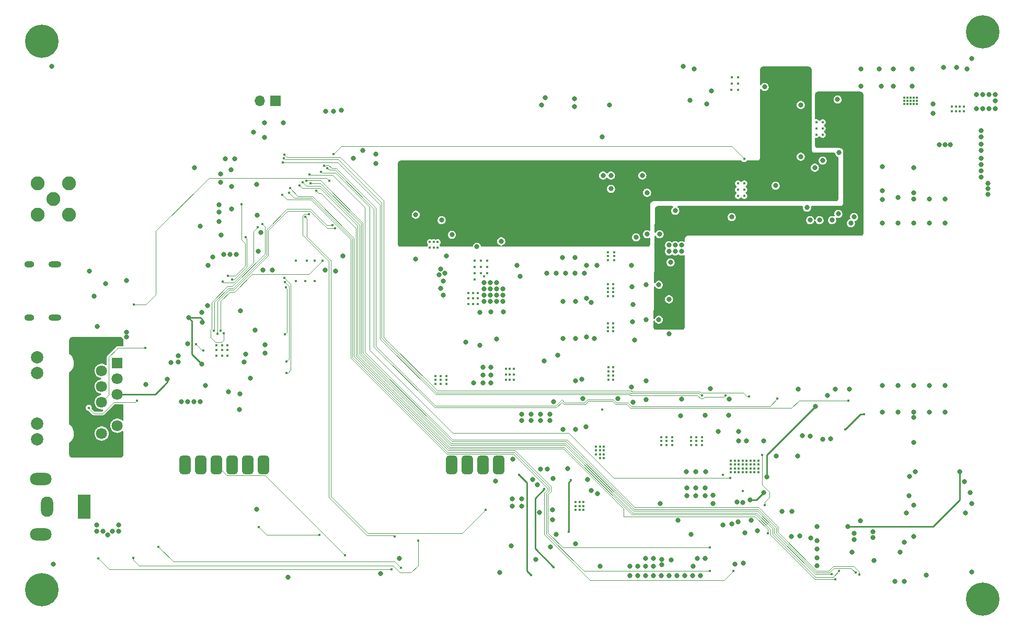
<source format=gbl>
G04 #@! TF.GenerationSoftware,KiCad,Pcbnew,(6.0.0)*
G04 #@! TF.CreationDate,2022-07-08T19:13:56+08:00*
G04 #@! TF.ProjectId,kirdy,6b697264-792e-46b6-9963-61645f706362,rev?*
G04 #@! TF.SameCoordinates,Original*
G04 #@! TF.FileFunction,Copper,L4,Bot*
G04 #@! TF.FilePolarity,Positive*
%FSLAX46Y46*%
G04 Gerber Fmt 4.6, Leading zero omitted, Abs format (unit mm)*
G04 Created by KiCad (PCBNEW (6.0.0)) date 2022-07-08 19:13:56*
%MOMM*%
%LPD*%
G01*
G04 APERTURE LIST*
G04 Aperture macros list*
%AMRoundRect*
0 Rectangle with rounded corners*
0 $1 Rounding radius*
0 $2 $3 $4 $5 $6 $7 $8 $9 X,Y pos of 4 corners*
0 Add a 4 corners polygon primitive as box body*
4,1,4,$2,$3,$4,$5,$6,$7,$8,$9,$2,$3,0*
0 Add four circle primitives for the rounded corners*
1,1,$1+$1,$2,$3*
1,1,$1+$1,$4,$5*
1,1,$1+$1,$6,$7*
1,1,$1+$1,$8,$9*
0 Add four rect primitives between the rounded corners*
20,1,$1+$1,$2,$3,$4,$5,0*
20,1,$1+$1,$4,$5,$6,$7,0*
20,1,$1+$1,$6,$7,$8,$9,0*
20,1,$1+$1,$8,$9,$2,$3,0*%
G04 Aperture macros list end*
G04 #@! TA.AperFunction,ComponentPad*
%ADD10R,1.800000X1.800000*%
G04 #@! TD*
G04 #@! TA.AperFunction,ComponentPad*
%ADD11C,1.800000*%
G04 #@! TD*
G04 #@! TA.AperFunction,ComponentPad*
%ADD12C,2.000000*%
G04 #@! TD*
G04 #@! TA.AperFunction,ComponentPad*
%ADD13C,3.000000*%
G04 #@! TD*
G04 #@! TA.AperFunction,ComponentPad*
%ADD14C,2.250000*%
G04 #@! TD*
G04 #@! TA.AperFunction,ComponentPad*
%ADD15O,1.600000X1.000000*%
G04 #@! TD*
G04 #@! TA.AperFunction,ComponentPad*
%ADD16O,2.100000X1.000000*%
G04 #@! TD*
G04 #@! TA.AperFunction,ComponentPad*
%ADD17C,0.800000*%
G04 #@! TD*
G04 #@! TA.AperFunction,ComponentPad*
%ADD18C,5.400000*%
G04 #@! TD*
G04 #@! TA.AperFunction,ComponentPad*
%ADD19RoundRect,0.450000X-0.450000X-1.050000X0.450000X-1.050000X0.450000X1.050000X-0.450000X1.050000X0*%
G04 #@! TD*
G04 #@! TA.AperFunction,ComponentPad*
%ADD20R,1.700000X1.700000*%
G04 #@! TD*
G04 #@! TA.AperFunction,ComponentPad*
%ADD21O,1.700000X1.700000*%
G04 #@! TD*
G04 #@! TA.AperFunction,ComponentPad*
%ADD22R,2.000000X4.000000*%
G04 #@! TD*
G04 #@! TA.AperFunction,ComponentPad*
%ADD23O,2.000000X3.300000*%
G04 #@! TD*
G04 #@! TA.AperFunction,ComponentPad*
%ADD24O,3.500000X2.000000*%
G04 #@! TD*
G04 #@! TA.AperFunction,ViaPad*
%ADD25C,0.800000*%
G04 #@! TD*
G04 #@! TA.AperFunction,ViaPad*
%ADD26C,0.450000*%
G04 #@! TD*
G04 #@! TA.AperFunction,Conductor*
%ADD27C,0.254000*%
G04 #@! TD*
G04 #@! TA.AperFunction,Conductor*
%ADD28C,0.088900*%
G04 #@! TD*
G04 #@! TA.AperFunction,Conductor*
%ADD29C,0.250000*%
G04 #@! TD*
G04 APERTURE END LIST*
D10*
X15796400Y-57692600D03*
D11*
X13256400Y-58962600D03*
X15796400Y-60232600D03*
X13256400Y-61502600D03*
X15796400Y-62772600D03*
X13256400Y-64042600D03*
X15796400Y-65312600D03*
X15796400Y-67852600D03*
X13256400Y-69122600D03*
D12*
X2846400Y-56772600D03*
X2846400Y-59312600D03*
X2846400Y-67492600D03*
X2846400Y-70032600D03*
D13*
X9956400Y-71152600D03*
X9956400Y-55652600D03*
D14*
X5461000Y-31115000D03*
X8001000Y-33655000D03*
X2921000Y-28575000D03*
X2921000Y-33655000D03*
X8001000Y-28575000D03*
D15*
X1543400Y-50312600D03*
D16*
X5723400Y-41672600D03*
D15*
X1543400Y-41672600D03*
D16*
X5723400Y-50312600D03*
D17*
X154568109Y-2568109D03*
X157431891Y-2568109D03*
D18*
X156000000Y-4000000D03*
D17*
X156000000Y-1975000D03*
X154568109Y-5431891D03*
X157431891Y-5431891D03*
X158025000Y-4000000D03*
X156000000Y-6025000D03*
X153975000Y-4000000D03*
X154568109Y-97431891D03*
X153975000Y-96000000D03*
X156000000Y-93975000D03*
D18*
X156000000Y-96000000D03*
D17*
X154568109Y-94568109D03*
X157431891Y-97431891D03*
X156000000Y-98025000D03*
X157431891Y-94568109D03*
X158025000Y-96000000D03*
D19*
X26725100Y-74200600D03*
X29265100Y-74200600D03*
X31805100Y-74200600D03*
X34345100Y-74200600D03*
X36885100Y-74200600D03*
X39425100Y-74200600D03*
X69905100Y-74200600D03*
X72445100Y-74200600D03*
X74985100Y-74200600D03*
X77525100Y-74200600D03*
D20*
X41443000Y-15214000D03*
D21*
X38903000Y-15214000D03*
D22*
X10427600Y-80975200D03*
D23*
X4427600Y-80975200D03*
D24*
X3427600Y-85475200D03*
X3427600Y-76475200D03*
D17*
X5591000Y-5512000D03*
X1541000Y-5512000D03*
X2134109Y-4080109D03*
X4997891Y-6943891D03*
X3566000Y-7537000D03*
X2134109Y-6943891D03*
X4997891Y-4080109D03*
D18*
X3566000Y-5512000D03*
D17*
X3566000Y-3487000D03*
X3556000Y-92387000D03*
D18*
X3556000Y-94412000D03*
D17*
X2124109Y-95843891D03*
X5581000Y-94412000D03*
X4987891Y-92980109D03*
X3556000Y-96437000D03*
X4987891Y-95843891D03*
X2124109Y-92980109D03*
X1531000Y-94412000D03*
D25*
X91440000Y-43180000D03*
X85090000Y-14732000D03*
X89916000Y-43180000D03*
X101600000Y-30088900D03*
X116332000Y-83477500D03*
X85344000Y-43180000D03*
X86868000Y-43180000D03*
X88392000Y-43180000D03*
X115316000Y-83820000D03*
X126492000Y-24257000D03*
D26*
X90678000Y-81534000D03*
X96266000Y-41021000D03*
D25*
X117221000Y-90170000D03*
X87091130Y-56466678D03*
X107442000Y-9652000D03*
X144780000Y-61341000D03*
D26*
X95250000Y-40386000D03*
D25*
X116459000Y-70316100D03*
X136144000Y-83312000D03*
X148971000Y-22352000D03*
X39370000Y-42663050D03*
D26*
X118999000Y-73533000D03*
D25*
X40894000Y-42663050D03*
X96901000Y-63500000D03*
X68199000Y-45593000D03*
X131318000Y-69977000D03*
X51150690Y-42799000D03*
D26*
X95250000Y-46863000D03*
D25*
X106172000Y-33020000D03*
X144780000Y-26035000D03*
X79629000Y-87376000D03*
D26*
X93345000Y-72517000D03*
D25*
X101473000Y-50683100D03*
X17272000Y-53467000D03*
D26*
X115824000Y-75438000D03*
D25*
X109093000Y-90678000D03*
D26*
X73406000Y-48133000D03*
X143764000Y-14732000D03*
D25*
X135128000Y-86360000D03*
X57658000Y-25400000D03*
X68199000Y-42434380D03*
D26*
X144272000Y-15240000D03*
D25*
X57658000Y-23876000D03*
X144780000Y-66548000D03*
X155702000Y-21082000D03*
D26*
X116464300Y-73527700D03*
D25*
X87884000Y-40640000D03*
X35687000Y-62738000D03*
X79883000Y-73279000D03*
X156845000Y-28575000D03*
X119507000Y-84920500D03*
D26*
X69088000Y-59817000D03*
D25*
X86290563Y-81456158D03*
X105156000Y-47371000D03*
X111887000Y-61879089D03*
D26*
X74168000Y-48133000D03*
X110490000Y-70358000D03*
X144780000Y-15748000D03*
D25*
X155702000Y-23241000D03*
X20447000Y-61214000D03*
D26*
X116459000Y-74168000D03*
X117094000Y-74803000D03*
D25*
X38421011Y-33705152D03*
D26*
X119634000Y-75438000D03*
X143256000Y-15240000D03*
D25*
X91049847Y-60338177D03*
X99050299Y-41880964D03*
X13864480Y-44820158D03*
D26*
X96139000Y-45593000D03*
D25*
X109220000Y-10033000D03*
D26*
X143256000Y-15748000D03*
D25*
X25654000Y-56515000D03*
X89839800Y-14859000D03*
X139700000Y-29753500D03*
X141732000Y-93091000D03*
X5461000Y-90297000D03*
X125095000Y-81788000D03*
D26*
X117729000Y-74168000D03*
D25*
X116205000Y-80264000D03*
X95758000Y-27305000D03*
X114883011Y-63575011D03*
X74041000Y-38862000D03*
X125984000Y-72771000D03*
X149606000Y-9779000D03*
X138396596Y-89664800D03*
D26*
X79375000Y-58674000D03*
D25*
X94361000Y-21082000D03*
X43434000Y-92456000D03*
X85979000Y-87503000D03*
X84963000Y-57404000D03*
X129159000Y-86487000D03*
X39751000Y-54737000D03*
X139521502Y-12827000D03*
X143256000Y-86741000D03*
X104013000Y-90424000D03*
D26*
X91313000Y-80899000D03*
X96278400Y-40373600D03*
D25*
X130810000Y-62992000D03*
X156845000Y-30353000D03*
X147320000Y-35052000D03*
D26*
X67691000Y-38989000D03*
X119634000Y-74168000D03*
D25*
X129159000Y-87884000D03*
D26*
X94615000Y-71882000D03*
X78740000Y-58674000D03*
D25*
X147955000Y-17272000D03*
X126746000Y-69469000D03*
X105410000Y-41402000D03*
X136271000Y-10033000D03*
X107061000Y-66294000D03*
X99072205Y-61586943D03*
D26*
X90043000Y-80264000D03*
X79375000Y-59563000D03*
D25*
X134366000Y-61933900D03*
X12065000Y-46863000D03*
D26*
X80010000Y-60452000D03*
D25*
X74549000Y-49530000D03*
X93472000Y-41910000D03*
X103759000Y-80465610D03*
D26*
X105664000Y-70993000D03*
X72644000Y-48133000D03*
X80010000Y-58674000D03*
D25*
X103632000Y-36830000D03*
D26*
X94615000Y-73152000D03*
X95250000Y-52578000D03*
D25*
X17272000Y-52705000D03*
X50800000Y-16891000D03*
X103505000Y-45018900D03*
D26*
X93980000Y-71247000D03*
D25*
X77089000Y-76835000D03*
X126365000Y-85725000D03*
D26*
X152273000Y-16891000D03*
D25*
X93091000Y-53721000D03*
X128778000Y-26035000D03*
X11303000Y-42799000D03*
X25654000Y-57531000D03*
X142240000Y-65659000D03*
X117475000Y-85219500D03*
D26*
X68199000Y-59817000D03*
X93980000Y-71882000D03*
X95250000Y-46228000D03*
D25*
X92583000Y-78359000D03*
D26*
X95377000Y-59747300D03*
D25*
X54043350Y-24499500D03*
X112268000Y-80465610D03*
X91694000Y-68072000D03*
X149860000Y-31115000D03*
D26*
X117094000Y-75438000D03*
D25*
X93598103Y-78861762D03*
X99180382Y-45303483D03*
D26*
X68199000Y-61087000D03*
D25*
X144145000Y-76073000D03*
X155702000Y-24511000D03*
X127508000Y-32512000D03*
D26*
X95250000Y-51308000D03*
D25*
X95554800Y-15875000D03*
X155702000Y-27559000D03*
X90037787Y-86986050D03*
X103505000Y-50683100D03*
D26*
X79375000Y-60452000D03*
X31877000Y-55626000D03*
X68199000Y-60452000D03*
D25*
X151765000Y-9779000D03*
X138176000Y-85979000D03*
D26*
X119634000Y-74803000D03*
X94363721Y-65269273D03*
D25*
X32639000Y-36957000D03*
X147320000Y-31115000D03*
X150749000Y-22352000D03*
X12446000Y-84963000D03*
X78359000Y-49403000D03*
X112014000Y-13589000D03*
X35560000Y-65278000D03*
D26*
X152908000Y-16891000D03*
D25*
X142240000Y-30861000D03*
X39038210Y-36514584D03*
D26*
X69088000Y-60452000D03*
X96139000Y-44958000D03*
D25*
X142240000Y-61341000D03*
X116459000Y-68834000D03*
X5207000Y-9652000D03*
D26*
X69088000Y-61087000D03*
D25*
X12446000Y-83947000D03*
X27162700Y-54594683D03*
D26*
X95377000Y-59055000D03*
X115189000Y-73533000D03*
D25*
X143637000Y-82042000D03*
D26*
X95250000Y-41021000D03*
X151638000Y-16129000D03*
D25*
X141478000Y-10033000D03*
D26*
X115824000Y-73533000D03*
X67310000Y-61087000D03*
X152908000Y-16129000D03*
D25*
X90043000Y-47752000D03*
X114808000Y-66167000D03*
D26*
X115189000Y-74803000D03*
X108712000Y-70993000D03*
X67691000Y-38100000D03*
X104775000Y-69723000D03*
D25*
X32512000Y-28448000D03*
D26*
X78740000Y-59563000D03*
D25*
X129169207Y-84214057D03*
X134811004Y-88364800D03*
X91821000Y-41910000D03*
X136271000Y-12827000D03*
X108712000Y-85471000D03*
X88011000Y-53721000D03*
X24511000Y-57658000D03*
X88011000Y-47752000D03*
X128143000Y-86106000D03*
X101473000Y-60614500D03*
X76327000Y-49403000D03*
X49435830Y-42672000D03*
D26*
X90043000Y-80899000D03*
D25*
X144780000Y-35052000D03*
X14986000Y-84963000D03*
X17272000Y-44323000D03*
X84201000Y-81915000D03*
X91821000Y-53467000D03*
X95758000Y-29464000D03*
D26*
X80010000Y-59563000D03*
X96139000Y-59772700D03*
D25*
X104013000Y-89535000D03*
D26*
X145288000Y-15748000D03*
D25*
X149860000Y-35052000D03*
X38354000Y-81407000D03*
X88773000Y-74803000D03*
D26*
X118364000Y-74803000D03*
D25*
X68834000Y-43180000D03*
X29210000Y-64008000D03*
X89839800Y-16129000D03*
X107188000Y-63577790D03*
D26*
X152273000Y-16129000D03*
X116459000Y-75438000D03*
D25*
X129160118Y-90549882D03*
X72263000Y-54356000D03*
X153035000Y-76962000D03*
D26*
X95377000Y-58420000D03*
X96139000Y-51956000D03*
X118364000Y-73533000D03*
D25*
X155702000Y-22225000D03*
D26*
X103886000Y-70993000D03*
D25*
X16002000Y-83947000D03*
X132588000Y-33528000D03*
X77216000Y-53848000D03*
D26*
X143764000Y-15240000D03*
X108712000Y-69723000D03*
D25*
X101473000Y-63627000D03*
X39624000Y-18796000D03*
D26*
X103886000Y-69723000D03*
D25*
X129159000Y-89281000D03*
D26*
X118999000Y-74803000D03*
D25*
X117137651Y-80273426D03*
X155702000Y-25527000D03*
D26*
X94615000Y-72517000D03*
X72644000Y-47244000D03*
D25*
X101473000Y-45018900D03*
X134620000Y-35052000D03*
X143256000Y-93091000D03*
X153162000Y-82042000D03*
D26*
X151638000Y-16891000D03*
D25*
X108585000Y-15113000D03*
D26*
X33655000Y-55626000D03*
D25*
X139700000Y-61341000D03*
X64135000Y-40894000D03*
X33782000Y-62357000D03*
X83566000Y-89535000D03*
X67945000Y-43434000D03*
D26*
X67056000Y-38989000D03*
X33655000Y-54864000D03*
X110490000Y-70993000D03*
D25*
X144780000Y-70612000D03*
X153416000Y-10033000D03*
X91948000Y-76581000D03*
X31242000Y-40513000D03*
X147320000Y-65659000D03*
X110998000Y-66167000D03*
X99314000Y-48260000D03*
D26*
X66421000Y-38100000D03*
X116459000Y-74803000D03*
X109601000Y-70358000D03*
X96139000Y-60452000D03*
D25*
X106612040Y-83211990D03*
D26*
X32766000Y-54864000D03*
D25*
X122428000Y-28956000D03*
D26*
X119634000Y-73533000D03*
D25*
X99314000Y-64091630D03*
X68326000Y-34544000D03*
X113919000Y-83947000D03*
X91821000Y-47244000D03*
X86319827Y-83073290D03*
X144780000Y-30099000D03*
D26*
X118999000Y-75438000D03*
D25*
X100838000Y-27305000D03*
D26*
X96139000Y-51308000D03*
D25*
X113157000Y-68809700D03*
D26*
X96139000Y-46863000D03*
D25*
X68580000Y-44450000D03*
X64135000Y-33655000D03*
D26*
X117094000Y-73533000D03*
D25*
X149860000Y-61341000D03*
D26*
X117099300Y-74162700D03*
X74168000Y-47244000D03*
X105664000Y-69723000D03*
X91313000Y-80264000D03*
D25*
X39751000Y-56134000D03*
X156845000Y-29464000D03*
X132715000Y-23622000D03*
D26*
X67310000Y-60452000D03*
D25*
X33274000Y-24638000D03*
D26*
X115189000Y-74168000D03*
D25*
X105537000Y-89594502D03*
X49530000Y-16891000D03*
X146812000Y-92075000D03*
X139700000Y-25908000D03*
X94488000Y-27305000D03*
X115824000Y-90297000D03*
X99568000Y-53975000D03*
D26*
X117729000Y-75438000D03*
D25*
X12573000Y-51816000D03*
X144780000Y-65659000D03*
D26*
X143256000Y-14732000D03*
X90043000Y-81534000D03*
X95250000Y-45593000D03*
D25*
X69991817Y-36897898D03*
D26*
X95250000Y-44958000D03*
D25*
X69065847Y-40344609D03*
D26*
X118364000Y-74168000D03*
X118364000Y-75438000D03*
X91313000Y-81534000D03*
D25*
X90043000Y-60563700D03*
X99207100Y-50976233D03*
D26*
X73406000Y-46355000D03*
D25*
X149860000Y-22352000D03*
X29210000Y-35560000D03*
X90043000Y-53721000D03*
X139192000Y-10033000D03*
X120650000Y-12954000D03*
D26*
X96139000Y-52578000D03*
D25*
X14224000Y-85598000D03*
X149860000Y-65659000D03*
D26*
X144780000Y-15240000D03*
X78740000Y-60452000D03*
D25*
X126111000Y-61976000D03*
D26*
X118999000Y-74168000D03*
D25*
X68580000Y-46736000D03*
X89916000Y-40573900D03*
D26*
X93345000Y-71882000D03*
D25*
X101600000Y-36830000D03*
X86487000Y-64008000D03*
X77978000Y-37973000D03*
X92583000Y-47879000D03*
X139700000Y-65659000D03*
X145034000Y-75311000D03*
X138176000Y-85090000D03*
D26*
X90678000Y-80899000D03*
X151003000Y-16129000D03*
D25*
X39614891Y-21166424D03*
X105156000Y-52959000D03*
X86868000Y-85471000D03*
D26*
X31877000Y-56515000D03*
D25*
X80518000Y-41910000D03*
D26*
X33655000Y-56515000D03*
X32766000Y-55626000D03*
X143764000Y-15748000D03*
D25*
X30099000Y-61341000D03*
D26*
X93345000Y-71247000D03*
X32766000Y-56515000D03*
X105664000Y-70358000D03*
X90678000Y-80264000D03*
D25*
X155702000Y-20066000D03*
D26*
X93980000Y-73152000D03*
X117094000Y-78486000D03*
D25*
X42672000Y-18796000D03*
D26*
X73406000Y-47244000D03*
X31877000Y-54864000D03*
X96139000Y-58420000D03*
D25*
X126492000Y-15875000D03*
X58420000Y-91829950D03*
X32266950Y-34798000D03*
D26*
X115189000Y-75438000D03*
D25*
X115316000Y-34036000D03*
X91217433Y-63450790D03*
X142240000Y-35052000D03*
D26*
X145288000Y-14732000D03*
X144272000Y-14732000D03*
D25*
X142571274Y-88380754D03*
D26*
X144272000Y-15748000D03*
X95250000Y-39751000D03*
D25*
X29489400Y-49453800D03*
X16002000Y-84963000D03*
X84505800Y-15875000D03*
D26*
X151003000Y-16891000D03*
D25*
X38406583Y-28728255D03*
X129540000Y-34544000D03*
X93980000Y-90678000D03*
X13462000Y-84963000D03*
X122555000Y-72771000D03*
X154178000Y-91567000D03*
D26*
X144780000Y-14732000D03*
X108712000Y-70358000D03*
X117729000Y-73533000D03*
X145288000Y-15240000D03*
D25*
X154178000Y-8382000D03*
X144018000Y-79248000D03*
D26*
X67056000Y-38100000D03*
X95250000Y-51943000D03*
X115824000Y-74168000D03*
X104775000Y-70358000D03*
D25*
X132461000Y-14986000D03*
D26*
X109601000Y-69723000D03*
D25*
X99822000Y-37338000D03*
X155702000Y-26543000D03*
X144780000Y-31115000D03*
D26*
X96266000Y-39751000D03*
D25*
X81026000Y-43688000D03*
D26*
X104775000Y-70993000D03*
X96139000Y-46228000D03*
D25*
X118491000Y-83211990D03*
D26*
X117729000Y-74803000D03*
D25*
X135128000Y-85344000D03*
D26*
X94615000Y-71247000D03*
X72644000Y-46355000D03*
D25*
X90043000Y-68453000D03*
X123444000Y-81788000D03*
D26*
X113919000Y-75819000D03*
D25*
X144526000Y-12827000D03*
D26*
X74168000Y-46355000D03*
X115824000Y-74803000D03*
D25*
X144526000Y-10033000D03*
D26*
X67310000Y-59817000D03*
D25*
X141478000Y-12827000D03*
X88011000Y-68444050D03*
X32266950Y-33274000D03*
D26*
X66421000Y-38989000D03*
D25*
X139700000Y-35052000D03*
D26*
X95377000Y-60452000D03*
D25*
X147955000Y-15748000D03*
D26*
X110490000Y-69723000D03*
D25*
X128016000Y-34544000D03*
X32512000Y-27067450D03*
X154178000Y-80518000D03*
X139700000Y-31206500D03*
X28321000Y-26035000D03*
D26*
X93980000Y-72517000D03*
D25*
X74549000Y-54864000D03*
X86365900Y-76454000D03*
D26*
X96139000Y-59055000D03*
X103886000Y-70358000D03*
D25*
X147320000Y-61341000D03*
D26*
X109601000Y-70993000D03*
D25*
X61722000Y-38100000D03*
X66040000Y-33274000D03*
X121666000Y-10414000D03*
X62738000Y-37084000D03*
X61722000Y-37084000D03*
X62738000Y-38100000D03*
X62738000Y-36068000D03*
X122428000Y-27178000D03*
X61722000Y-36068000D03*
D26*
X130048000Y-20701000D03*
X116332000Y-28575000D03*
X116332000Y-12446000D03*
D25*
X85852000Y-66040000D03*
X82804000Y-66040000D03*
D26*
X116332000Y-11430000D03*
X116332000Y-13462000D03*
X117348000Y-29591000D03*
X117348000Y-28575000D03*
X117348000Y-30607000D03*
X115316000Y-11430000D03*
X115316000Y-12446000D03*
D25*
X82804000Y-67056000D03*
D26*
X129032000Y-18669000D03*
D25*
X84328000Y-67056000D03*
D26*
X116332000Y-29591000D03*
X129032000Y-20701000D03*
X129032000Y-19685000D03*
D25*
X84328000Y-66040000D03*
D26*
X115265200Y-13462000D03*
D25*
X81280000Y-67056000D03*
D26*
X116332000Y-30607000D03*
D25*
X111252000Y-15748000D03*
X85852000Y-67056000D03*
X130048000Y-24892000D03*
D26*
X130048000Y-18669000D03*
X130048000Y-19685000D03*
D25*
X81280000Y-66040000D03*
X107188000Y-51816000D03*
X130302000Y-14986000D03*
X105156000Y-50800000D03*
X106172000Y-50800000D03*
X106172000Y-49784000D03*
X107188000Y-49784000D03*
X107188000Y-50800000D03*
X105156000Y-51816000D03*
X105156000Y-49784000D03*
X106172000Y-51816000D03*
X103886000Y-92202000D03*
X110998000Y-89408000D03*
X101346000Y-92202000D03*
D26*
X44704000Y-41148000D03*
D25*
X106426000Y-92202000D03*
X34036000Y-40132000D03*
X107696000Y-92202000D03*
D26*
X47752000Y-41148000D03*
D25*
X33020000Y-40132000D03*
X32294242Y-32040242D03*
X28194000Y-64008000D03*
X101346000Y-90678000D03*
X37338000Y-60198000D03*
X109728000Y-89408000D03*
X30420250Y-48364270D03*
X37846000Y-20320000D03*
D26*
X46228000Y-44450000D03*
D25*
X61468000Y-89408000D03*
X52324000Y-40386000D03*
X30480000Y-41910000D03*
X102616000Y-89408000D03*
D26*
X46482000Y-41148000D03*
X44704000Y-44450000D03*
D25*
X98806000Y-92202000D03*
X38608000Y-39624000D03*
X34315841Y-32758143D03*
X52070000Y-16764000D03*
X34336598Y-29082050D03*
X77724000Y-91694000D03*
X27178000Y-64008000D03*
X38085301Y-52363501D03*
X102616000Y-92202000D03*
X35052000Y-40132000D03*
X36576000Y-56252050D03*
D26*
X47752000Y-44450000D03*
D25*
X105156000Y-92202000D03*
X35779650Y-49276000D03*
X98806000Y-90678000D03*
X108966000Y-92202000D03*
X101346000Y-89408000D03*
X26162000Y-64008000D03*
X100076000Y-92202000D03*
X102616000Y-90678000D03*
X36322000Y-57539950D03*
X100076000Y-90678000D03*
X110236000Y-92202000D03*
X34798000Y-24638000D03*
X55594651Y-23249950D03*
X34182688Y-26377874D03*
X73533000Y-60960000D03*
X84328000Y-74930000D03*
X75057000Y-59690000D03*
X79756000Y-79756000D03*
X75057000Y-58420000D03*
X76327000Y-58420000D03*
X83820000Y-77470000D03*
X85471000Y-74930000D03*
X81280000Y-80899000D03*
X76327000Y-60960000D03*
X83058000Y-76581000D03*
X79756000Y-80899000D03*
X75057000Y-60960000D03*
X81280000Y-79756000D03*
X76327000Y-59690000D03*
X75184000Y-47752000D03*
X155956000Y-14224000D03*
X154940000Y-16510000D03*
D26*
X75692000Y-41148000D03*
D25*
X156972000Y-16510000D03*
X78232000Y-47752000D03*
D26*
X75692000Y-42164000D03*
D25*
X76200000Y-46736000D03*
D26*
X73660000Y-42164000D03*
D25*
X76200000Y-47752000D03*
X77216000Y-44704000D03*
X77216000Y-45720000D03*
X157988000Y-16510000D03*
X157988000Y-14224000D03*
D26*
X74676000Y-41148000D03*
X73660000Y-41148000D03*
D25*
X75184000Y-46736000D03*
X156972000Y-14224000D03*
D26*
X75184000Y-43688000D03*
D25*
X75184000Y-44704000D03*
X154940000Y-14224000D03*
D26*
X75692000Y-43180000D03*
D25*
X75184000Y-45720000D03*
X76200000Y-45720000D03*
X78232000Y-46736000D03*
D26*
X74676000Y-42164000D03*
D25*
X77216000Y-47752000D03*
D26*
X73660000Y-44196000D03*
X73660000Y-43180000D03*
D25*
X76200000Y-44704000D03*
X78232000Y-45720000D03*
X155956000Y-16510000D03*
X157988000Y-15240000D03*
D26*
X74676000Y-43180000D03*
D25*
X77216000Y-46736000D03*
X107188000Y-38608000D03*
X105156000Y-39624000D03*
X132080000Y-61976000D03*
X107188000Y-39624000D03*
X153924000Y-78740000D03*
X135128000Y-34036000D03*
X144780000Y-80772000D03*
X124968000Y-85852000D03*
X106172000Y-38608000D03*
X105156000Y-38608000D03*
X128016000Y-69596000D03*
X131572000Y-34544000D03*
X130048000Y-70104000D03*
X144780000Y-85852000D03*
X106172000Y-39624000D03*
X134112000Y-84201000D03*
X152273000Y-75311000D03*
D26*
X49277398Y-25709190D03*
X122707400Y-63500000D03*
X115087400Y-76365102D03*
X48805901Y-26704015D03*
D25*
X109474000Y-79248000D03*
X117729000Y-70316100D03*
X108077000Y-77978000D03*
X111130000Y-75280000D03*
D26*
X84963000Y-78105000D03*
D25*
X110998000Y-79248000D03*
X109474000Y-77978000D03*
D26*
X86487000Y-90805000D03*
D25*
X112268000Y-79121000D03*
X120462320Y-78715100D03*
X110998000Y-77978000D03*
X120480644Y-70316108D03*
X108077000Y-79248000D03*
X109474000Y-75311000D03*
X107950000Y-75311000D03*
X118301900Y-79866535D03*
D26*
X88900000Y-85090000D03*
X89281000Y-76708000D03*
X38735000Y-84328000D03*
X48514000Y-85598000D03*
D25*
X29540200Y-51104800D03*
X23926800Y-60350400D03*
X29514800Y-57886600D03*
X27336733Y-50345417D03*
D26*
X20370800Y-55270400D03*
X12700000Y-89408000D03*
X60198000Y-91186000D03*
X61722000Y-90932000D03*
X22479000Y-87503000D03*
X11176000Y-64947800D03*
X18973800Y-63804800D03*
X18415000Y-89281000D03*
X64516000Y-86487000D03*
X80899000Y-75819000D03*
X82804000Y-92075000D03*
X117348000Y-24638000D03*
X50800000Y-23876000D03*
X110490000Y-62992000D03*
X42789273Y-24549952D03*
X114300000Y-62992000D03*
X42621200Y-25222200D03*
X118110000Y-63119000D03*
X42824400Y-23901400D03*
X134239000Y-63757900D03*
X49808314Y-26083332D03*
X133705600Y-68453000D03*
X136728200Y-66014600D03*
X60706000Y-85812950D03*
X46798102Y-33567498D03*
X46253400Y-34036448D03*
X75463400Y-81534000D03*
X42917013Y-44611387D03*
X43154600Y-57480200D03*
X43154600Y-59283600D03*
X42829986Y-43861164D03*
X43108430Y-45466000D03*
X42951400Y-53035200D03*
X38531800Y-35661600D03*
X32842200Y-44526200D03*
X36576000Y-37312600D03*
X34354898Y-44184698D03*
X28549600Y-54635400D03*
X29743400Y-55676800D03*
X50165000Y-28194000D03*
X18465800Y-48260000D03*
X45288200Y-28879800D03*
X132105400Y-92733750D03*
X46435844Y-28180350D03*
X135357998Y-91644598D03*
X115570000Y-91440000D03*
X42545000Y-30480000D03*
X46904794Y-27178000D03*
X135966200Y-91973400D03*
X111760000Y-91440000D03*
X43611800Y-30138061D03*
X47117000Y-28563250D03*
X131521200Y-91948000D03*
X111760000Y-87630000D03*
X43799950Y-29377047D03*
X132712521Y-91414087D03*
X45828618Y-28410850D03*
X35890200Y-31953200D03*
X33731200Y-43561000D03*
X39293800Y-35179000D03*
X33045400Y-52857400D03*
X120650000Y-80772000D03*
X121158000Y-85344000D03*
X120269000Y-72644000D03*
X48006000Y-29789570D03*
X32514142Y-52427742D03*
X49033750Y-41138938D03*
X32015750Y-52945350D03*
X51079400Y-35890200D03*
X31394400Y-52476400D03*
X50622200Y-35382200D03*
D25*
X121031000Y-76200000D03*
X128905000Y-64770000D03*
D26*
X52705000Y-88900000D03*
D27*
X152019000Y-80137000D02*
X152273000Y-79883000D01*
X134112000Y-84201000D02*
X147955000Y-84201000D01*
X147955000Y-84201000D02*
X152019000Y-80137000D01*
X152273000Y-79883000D02*
X152273000Y-75311000D01*
D28*
X57658000Y-54991000D02*
X67318961Y-64651961D01*
X87778699Y-63627000D02*
X88246450Y-64094751D01*
X86753738Y-64651961D02*
X87778699Y-63627000D01*
X67318961Y-64651961D02*
X86753738Y-64651961D01*
X50515774Y-26127580D02*
X51200356Y-26127580D01*
X98455632Y-64143961D02*
X99047262Y-64735591D01*
X50002565Y-25614371D02*
X50515774Y-26127580D01*
X91951922Y-63627000D02*
X96117301Y-63627000D01*
X96634262Y-64143961D02*
X98455632Y-64143961D01*
X49277398Y-25709190D02*
X49398321Y-25830113D01*
X121471809Y-64735591D02*
X122707400Y-63500000D01*
X49398321Y-25830113D02*
X49614063Y-25614371D01*
X91484171Y-64094751D02*
X91951922Y-63627000D01*
X49614063Y-25614371D02*
X50002565Y-25614371D01*
X99047262Y-64735591D02*
X121471809Y-64735591D01*
X57658000Y-32585224D02*
X57658000Y-54991000D01*
X88246450Y-64094751D02*
X91484171Y-64094751D01*
X51200356Y-26127580D02*
X57658000Y-32585224D01*
X96117301Y-63627000D02*
X96634262Y-64143961D01*
X96177102Y-76365102D02*
X115087400Y-76365102D01*
X51181000Y-26924000D02*
X56642000Y-32385000D01*
X88900000Y-69088000D02*
X96177102Y-76365102D01*
X56642000Y-32385000D02*
X56642000Y-55626000D01*
X49025886Y-26924000D02*
X51181000Y-26924000D01*
X56642000Y-55626000D02*
X70104000Y-69088000D01*
X48805901Y-26704015D02*
X49025886Y-26924000D01*
X70104000Y-69088000D02*
X88900000Y-69088000D01*
D27*
X119310885Y-79866535D02*
X120462320Y-78715100D01*
X118301900Y-79866535D02*
X119310885Y-79866535D01*
D29*
X83476489Y-79591511D02*
X83476489Y-87794489D01*
X83476489Y-87794489D02*
X86487000Y-90805000D01*
X84963000Y-78105000D02*
X83476489Y-79591511D01*
X88900000Y-77089000D02*
X89281000Y-76708000D01*
X88900000Y-85090000D02*
X88900000Y-77089000D01*
D28*
X40005000Y-85598000D02*
X38735000Y-84328000D01*
X48514000Y-85598000D02*
X40005000Y-85598000D01*
D27*
X21936400Y-62772600D02*
X23342600Y-61366400D01*
X15796400Y-62772600D02*
X21936400Y-62772600D01*
X27336733Y-50345417D02*
X29238017Y-50345417D01*
X29540200Y-50647600D02*
X29540200Y-51104800D01*
X29514800Y-57886600D02*
X27889200Y-56261000D01*
X23342600Y-61366400D02*
X23926800Y-60782200D01*
X27889200Y-55499000D02*
X27889200Y-50897884D01*
X29238017Y-50345417D02*
X29438600Y-50546000D01*
X27889200Y-56261000D02*
X27889200Y-55499000D01*
X23926800Y-60782200D02*
X23926800Y-60350400D01*
X29438600Y-50546000D02*
X29540200Y-50647600D01*
X27889200Y-50897884D02*
X27336733Y-50345417D01*
D28*
X15849600Y-55270400D02*
X20370800Y-55270400D01*
X15646400Y-55473600D02*
X15849600Y-55270400D01*
X14400361Y-56719639D02*
X15646400Y-55473600D01*
X14400361Y-62898639D02*
X14400361Y-56719639D01*
X13256400Y-64042600D02*
X14400361Y-62898639D01*
X14478000Y-91186000D02*
X12700000Y-89408000D01*
X60198000Y-91186000D02*
X14478000Y-91186000D01*
X24892000Y-89916000D02*
X60706000Y-89916000D01*
X22479000Y-87503000D02*
X24892000Y-89916000D01*
X60706000Y-89916000D02*
X61722000Y-90932000D01*
X11176000Y-65049400D02*
X11176000Y-64947800D01*
X15214600Y-64084200D02*
X13426570Y-65872230D01*
X11998830Y-65872230D02*
X11176000Y-65049400D01*
X18694400Y-64084200D02*
X15214600Y-64084200D01*
X18973800Y-63804800D02*
X18694400Y-64084200D01*
X13426570Y-65872230D02*
X11998830Y-65872230D01*
X64516000Y-90551000D02*
X64516000Y-86487000D01*
X63373000Y-91694000D02*
X64516000Y-90551000D01*
X60452000Y-90551000D02*
X61595000Y-91694000D01*
X61595000Y-91694000D02*
X63373000Y-91694000D01*
X19304000Y-90551000D02*
X60452000Y-90551000D01*
X18415000Y-89662000D02*
X19304000Y-90551000D01*
X18415000Y-89281000D02*
X18415000Y-89662000D01*
D29*
X82169000Y-91440000D02*
X82804000Y-92075000D01*
X80899000Y-75819000D02*
X82169000Y-77089000D01*
X82169000Y-77089000D02*
X82169000Y-91440000D01*
D28*
X115316000Y-22606000D02*
X52070000Y-22606000D01*
X117348000Y-24638000D02*
X115316000Y-22606000D01*
X52070000Y-22606000D02*
X50800000Y-23876000D01*
X98918833Y-62518420D02*
X67498308Y-62518420D01*
X58639580Y-53659691D02*
X58639580Y-31715580D01*
X110309459Y-62811459D02*
X110176281Y-62811459D01*
X42911741Y-24672420D02*
X42789273Y-24549952D01*
X58639580Y-31715580D02*
X51596420Y-24672420D01*
X67498308Y-62518420D02*
X58639580Y-53659691D01*
X99045834Y-62645420D02*
X98918833Y-62518420D01*
X110176281Y-62811459D02*
X110010242Y-62645420D01*
X110010242Y-62645420D02*
X99045834Y-62645420D01*
X51596420Y-24672420D02*
X42911741Y-24672420D01*
X110490000Y-62992000D02*
X110309459Y-62811459D01*
X114046000Y-63246000D02*
X110899212Y-63246000D01*
X98926367Y-62933840D02*
X98799365Y-62806840D01*
X98799365Y-62806840D02*
X67378840Y-62806840D01*
X58351160Y-53779158D02*
X58351160Y-32062160D01*
X58351160Y-32062160D02*
X51511200Y-25222200D01*
X110899212Y-63246000D02*
X110684251Y-63460961D01*
X114300000Y-62992000D02*
X114046000Y-63246000D01*
X110684251Y-63460961D02*
X110295749Y-63460961D01*
X110295749Y-63460961D02*
X109768628Y-62933840D01*
X51511200Y-25222200D02*
X42621200Y-25222200D01*
X109768628Y-62933840D02*
X98926367Y-62933840D01*
X67378840Y-62806840D02*
X58351160Y-53779158D01*
X99165301Y-62357000D02*
X99038301Y-62230000D01*
X110129710Y-62357000D02*
X99165301Y-62357000D01*
X43307000Y-24384000D02*
X42824400Y-23901400D01*
X58928000Y-53540224D02*
X58928000Y-31369000D01*
X58928000Y-31369000D02*
X51943000Y-24384000D01*
X51943000Y-24384000D02*
X43307000Y-24384000D01*
X99038301Y-62230000D02*
X67617776Y-62230000D01*
X117158439Y-62523039D02*
X110295749Y-62523039D01*
X117754400Y-63119000D02*
X117158439Y-62523039D01*
X110295749Y-62523039D02*
X110129710Y-62357000D01*
X67617776Y-62230000D02*
X58928000Y-53540224D01*
X118110000Y-63119000D02*
X117754400Y-63119000D01*
X88126983Y-64383171D02*
X91603639Y-64383171D01*
X98927795Y-65024011D02*
X124975789Y-65024011D01*
X92071390Y-63915420D02*
X95997833Y-63915420D01*
X49808314Y-26083332D02*
X50140982Y-26416000D01*
X95997833Y-63915420D02*
X96514795Y-64432381D01*
X86873206Y-64940381D02*
X87778699Y-64034888D01*
X96514795Y-64432381D02*
X98336164Y-64432381D01*
X57369580Y-55110467D02*
X67199494Y-64940381D01*
X91603639Y-64383171D02*
X92071390Y-63915420D01*
X51080888Y-26416000D02*
X57369580Y-32704692D01*
X98336164Y-64432381D02*
X98927795Y-65024011D01*
X57369580Y-32704692D02*
X57369580Y-55110467D01*
X67199494Y-64940381D02*
X86873206Y-64940381D01*
X50140982Y-26416000D02*
X51080888Y-26416000D01*
X124975789Y-65024011D02*
X126241900Y-63757900D01*
X87778699Y-64034888D02*
X88126983Y-64383171D01*
X126241900Y-63757900D02*
X134239000Y-63757900D01*
D27*
X133705600Y-68453000D02*
X136144000Y-66014600D01*
X136144000Y-66014600D02*
X136728200Y-66014600D01*
D28*
X56268533Y-85632420D02*
X50079780Y-79443667D01*
X50079780Y-41216667D02*
X45784439Y-36921326D01*
X45784439Y-36921326D02*
X45784439Y-33842197D01*
X50079780Y-79443667D02*
X50079780Y-41216667D01*
X46059138Y-33567498D02*
X46798102Y-33567498D01*
X60706000Y-85812950D02*
X60706000Y-85632420D01*
X45784439Y-33842197D02*
X46059138Y-33567498D01*
X60706000Y-85632420D02*
X56268533Y-85632420D01*
X46509682Y-37238681D02*
X50368200Y-41097200D01*
X71653400Y-85344000D02*
X75463400Y-81534000D01*
X56388000Y-85344000D02*
X71653400Y-85344000D01*
X50368200Y-41097200D02*
X50368200Y-79324200D01*
X46509682Y-34292730D02*
X46509682Y-37238681D01*
X46253400Y-34036448D02*
X46509682Y-34292730D01*
X50368200Y-79324200D02*
X56388000Y-85344000D01*
X43577380Y-45271754D02*
X43577380Y-57057420D01*
X43577380Y-57057420D02*
X43154600Y-57480200D01*
X42917013Y-44611387D02*
X43577380Y-45271754D01*
X43408600Y-59283600D02*
X43154600Y-59283600D01*
X42829986Y-43861164D02*
X43865800Y-44896978D01*
X43865800Y-44896978D02*
X43865800Y-58826400D01*
X43865800Y-58826400D02*
X43408600Y-59283600D01*
X43108430Y-45466000D02*
X43288960Y-45646530D01*
X43288960Y-45646530D02*
X43288960Y-52697640D01*
X43288960Y-52697640D02*
X42951400Y-53035200D01*
X37846000Y-36347400D02*
X38531800Y-35661600D01*
X34643653Y-44653659D02*
X37846000Y-41451312D01*
X32969659Y-44653659D02*
X34643653Y-44653659D01*
X37846000Y-41451312D02*
X37846000Y-36347400D01*
X32842200Y-44526200D02*
X32969659Y-44653659D01*
X36779200Y-37515800D02*
X36576000Y-37312600D01*
X36779200Y-42110224D02*
X36779200Y-37515800D01*
X34354898Y-44184698D02*
X34704726Y-44184698D01*
X34704726Y-44184698D02*
X36779200Y-42110224D01*
X29591000Y-55676800D02*
X29743400Y-55676800D01*
X28549600Y-54635400D02*
X29591000Y-55676800D01*
X22047200Y-46609000D02*
X20396200Y-48260000D01*
X49682400Y-27711400D02*
X30657800Y-27711400D01*
X22047200Y-36322000D02*
X22047200Y-46609000D01*
X50165000Y-28194000D02*
X49682400Y-27711400D01*
X30657800Y-27711400D02*
X22047200Y-36322000D01*
X20396200Y-48260000D02*
X18465800Y-48260000D01*
X48570844Y-29320620D02*
X54726320Y-35476096D01*
X99145429Y-82279620D02*
X119211220Y-82279620D01*
X128801750Y-92733750D02*
X132105400Y-92733750D01*
X121626961Y-84695362D02*
X121626961Y-85558961D01*
X69632502Y-71302950D02*
X88168759Y-71302950D01*
X88168759Y-71302950D02*
X99145429Y-82279620D01*
X54726320Y-35476096D02*
X54726320Y-56396768D01*
X119380172Y-82448573D02*
X121626961Y-84695362D01*
X121626961Y-85558961D02*
X128801750Y-92733750D01*
X54726320Y-56396768D02*
X69632502Y-71302950D01*
X119211220Y-82279620D02*
X119380172Y-82448573D01*
X45288200Y-28879800D02*
X45729020Y-29320620D01*
X45729020Y-29320620D02*
X48570844Y-29320620D01*
X122492221Y-85200557D02*
X128951244Y-91659580D01*
X122492221Y-84336961D02*
X122492221Y-85200557D01*
X131146408Y-91659580D02*
X131860862Y-90945126D01*
X119553241Y-81397980D02*
X119722193Y-81566933D01*
X88527163Y-70437690D02*
X99487453Y-81397980D01*
X55591580Y-35017580D02*
X55591580Y-56038364D01*
X134658526Y-90945126D02*
X135357998Y-91644598D01*
X48666400Y-28092400D02*
X55591580Y-35017580D01*
X46523794Y-28092400D02*
X48666400Y-28092400D01*
X128951244Y-91659580D02*
X131146408Y-91659580D01*
X99487453Y-81397980D02*
X119553241Y-81397980D01*
X131860862Y-90945126D02*
X134658526Y-90945126D01*
X46435844Y-28180350D02*
X46523794Y-28092400D01*
X69990906Y-70437690D02*
X88527163Y-70437690D01*
X119722193Y-81566933D02*
X122492221Y-84336961D01*
X55591580Y-56038364D02*
X69990906Y-70437690D01*
X84963000Y-78768212D02*
X84963000Y-85471000D01*
X53572640Y-56874640D02*
X69154630Y-72456630D01*
X69154630Y-72456630D02*
X79977842Y-72456630D01*
X114096800Y-92913200D02*
X115570000Y-91440000D01*
X42545000Y-30480000D02*
X43307000Y-31242000D01*
X92405200Y-92913200D02*
X114096800Y-92913200D01*
X85431961Y-78299251D02*
X84963000Y-78768212D01*
X85431961Y-77910749D02*
X85431961Y-78299251D01*
X53572640Y-37669428D02*
X53572640Y-56874640D01*
X47145212Y-31242000D02*
X53572640Y-37669428D01*
X43307000Y-31242000D02*
X47145212Y-31242000D01*
X79977842Y-72456630D02*
X85431961Y-77910749D01*
X84963000Y-85471000D02*
X92405200Y-92913200D01*
X129070712Y-91371160D02*
X131026940Y-91371160D01*
X46969233Y-27242439D02*
X50610439Y-27242439D01*
X131026940Y-91371160D02*
X131741395Y-90656706D01*
X119672709Y-81109561D02*
X122780641Y-84217494D01*
X122780641Y-84217494D02*
X122780641Y-85081089D01*
X70110374Y-70149270D02*
X88646631Y-70149270D01*
X55880000Y-32512000D02*
X55880000Y-55918896D01*
X99606921Y-81109560D02*
X119672709Y-81109561D01*
X135033318Y-90656706D02*
X135966200Y-91589588D01*
X46904794Y-27178000D02*
X46969233Y-27242439D01*
X135966200Y-91589588D02*
X135966200Y-91973400D01*
X88646631Y-70149270D02*
X99606921Y-81109560D01*
X131741395Y-90656706D02*
X135033318Y-90656706D01*
X122780641Y-85081089D02*
X129070712Y-91371160D01*
X50610439Y-27242439D02*
X55880000Y-32512000D01*
X55880000Y-55918896D02*
X70110374Y-70149270D01*
X53861060Y-37549960D02*
X53861060Y-56755172D01*
X91339888Y-91440000D02*
X111760000Y-91440000D01*
X85251420Y-78887680D02*
X85251420Y-85351532D01*
X80097310Y-72168210D02*
X85720381Y-77791282D01*
X53861060Y-56755172D02*
X69274098Y-72168210D01*
X85251420Y-85351532D02*
X91339888Y-91440000D01*
X69274098Y-72168210D02*
X80097310Y-72168210D01*
X85720381Y-77791282D02*
X85720381Y-78418719D01*
X44427319Y-30953580D02*
X47264680Y-30953580D01*
X85720381Y-78418719D02*
X85251420Y-78887680D01*
X43611800Y-30138061D02*
X44427319Y-30953580D01*
X47264680Y-30953580D02*
X53861060Y-37549960D01*
X88407695Y-70726110D02*
X99367985Y-81686400D01*
X128831776Y-91948000D02*
X131521200Y-91948000D01*
X119433773Y-81686400D02*
X122203801Y-84456428D01*
X122203801Y-85320025D02*
X128831776Y-91948000D01*
X55303160Y-35137048D02*
X55303160Y-56157832D01*
X48729362Y-28563250D02*
X55303160Y-35137048D01*
X47117000Y-28563250D02*
X48729362Y-28563250D01*
X69871438Y-70726110D02*
X88407695Y-70726110D01*
X122203801Y-84456428D02*
X122203801Y-85320025D01*
X55303160Y-56157832D02*
X69871438Y-70726110D01*
X99367985Y-81686400D02*
X119433773Y-81686400D01*
X43799950Y-29377047D02*
X45088063Y-30665160D01*
X86008801Y-77671815D02*
X86008801Y-78538187D01*
X85539840Y-79007148D02*
X85539840Y-85232064D01*
X45088063Y-30665160D02*
X47384148Y-30665160D01*
X54149480Y-37430492D02*
X54149480Y-56635704D01*
X80216778Y-71879790D02*
X86008801Y-77671815D01*
X86008801Y-78538187D02*
X85539840Y-79007148D01*
X69393566Y-71879790D02*
X80216778Y-71879790D01*
X85539840Y-85232064D02*
X87937776Y-87630000D01*
X87937776Y-87630000D02*
X111760000Y-87630000D01*
X47384148Y-30665160D02*
X54149480Y-37430492D01*
X54149480Y-56635704D02*
X69393566Y-71879790D01*
X48690312Y-29032200D02*
X55014740Y-35356628D01*
X121915381Y-85439493D02*
X128892849Y-92416961D01*
X128892849Y-92416961D02*
X131715451Y-92416961D01*
X99264897Y-81991200D02*
X119330688Y-81991201D01*
X55014740Y-56277299D02*
X69751970Y-71014530D01*
X69751970Y-71014530D02*
X88288227Y-71014530D01*
X119330688Y-81991201D02*
X121915381Y-84575895D01*
X45828618Y-28410850D02*
X46449968Y-29032200D01*
X121915381Y-84575895D02*
X121915381Y-85439493D01*
X46449968Y-29032200D02*
X48690312Y-29032200D01*
X131715451Y-92416961D02*
X132712521Y-91419891D01*
X88288227Y-71014530D02*
X99264897Y-81991200D01*
X55014740Y-35356628D02*
X55014740Y-56277299D01*
X132712521Y-91419891D02*
X132712521Y-91414087D01*
X35890200Y-37744400D02*
X35890200Y-31953200D01*
X34920536Y-43561000D02*
X36490780Y-41990756D01*
X33731200Y-43561000D02*
X34920536Y-43561000D01*
X36490780Y-41990756D02*
X36490780Y-38344980D01*
X36490780Y-38344980D02*
X35890200Y-37744400D01*
X33045400Y-52857400D02*
X33045400Y-53949600D01*
X34417000Y-45288200D02*
X39682160Y-40023040D01*
X31064200Y-52143388D02*
X31064200Y-47876025D01*
X32689800Y-54305200D02*
X31699200Y-54305200D01*
X30925439Y-52282149D02*
X31064200Y-52143388D01*
X39682160Y-35567360D02*
X39293800Y-35179000D01*
X39682160Y-40023040D02*
X39682160Y-35567360D01*
X33652025Y-45288200D02*
X34417000Y-45288200D01*
X30925439Y-53531439D02*
X30925439Y-52282149D01*
X31699200Y-54305200D02*
X30925439Y-53531439D01*
X33045400Y-53949600D02*
X32689800Y-54305200D01*
X31064200Y-47876025D02*
X33652025Y-45288200D01*
X97763961Y-81306039D02*
X88049292Y-71591370D01*
X97763961Y-82568040D02*
X97763961Y-81306039D01*
X88049292Y-71591370D02*
X69513034Y-71591370D01*
X48768000Y-30226000D02*
X48442430Y-30226000D01*
X121158000Y-84634288D02*
X119091752Y-82568040D01*
X121158000Y-85344000D02*
X121158000Y-84634288D01*
X54437900Y-35895900D02*
X48768000Y-30226000D01*
X120650000Y-80264000D02*
X121412000Y-79502000D01*
X54437900Y-56516235D02*
X54437900Y-35895900D01*
X120269000Y-77470000D02*
X120269000Y-72644000D01*
X119091752Y-82568040D02*
X97763961Y-82568040D01*
X48442430Y-30226000D02*
X48006000Y-29789570D01*
X120650000Y-80772000D02*
X120650000Y-80264000D01*
X121412000Y-79502000D02*
X121412000Y-78613000D01*
X69513034Y-71591370D02*
X54437900Y-56516235D01*
X121412000Y-78613000D02*
X120269000Y-77470000D01*
X46865688Y-43307000D02*
X37621861Y-43307000D01*
X37621861Y-43307000D02*
X34775401Y-46153460D01*
X49033750Y-41138938D02*
X46865688Y-43307000D01*
X32537400Y-47626488D02*
X32537400Y-52404484D01*
X32537400Y-52404484D02*
X32514142Y-52427742D01*
X34010428Y-46153460D02*
X32537400Y-47626488D01*
X34775401Y-46153460D02*
X34010428Y-46153460D01*
X40259000Y-40261974D02*
X34655934Y-45865040D01*
X34655934Y-45865040D02*
X33890960Y-45865040D01*
X43384688Y-33070800D02*
X40259000Y-36196488D01*
X40259000Y-36196488D02*
X40259000Y-40261974D01*
X51079400Y-35890200D02*
X49784000Y-35890200D01*
X49784000Y-35890200D02*
X46964600Y-33070800D01*
X33890960Y-45865040D02*
X32015750Y-47740250D01*
X32015750Y-47740250D02*
X32015750Y-52945350D01*
X46964600Y-33070800D02*
X43384688Y-33070800D01*
X50622200Y-35382200D02*
X49683888Y-35382200D01*
X39970580Y-40142507D02*
X34536467Y-45576620D01*
X33771492Y-45576620D02*
X31546800Y-47801312D01*
X49683888Y-35382200D02*
X47067688Y-32766000D01*
X47067688Y-32766000D02*
X43281600Y-32766000D01*
X34536467Y-45576620D02*
X33771492Y-45576620D01*
X31546800Y-52324000D02*
X31394400Y-52476400D01*
X43281600Y-32766000D02*
X39970580Y-36077021D01*
X31546800Y-47801312D02*
X31546800Y-52324000D01*
X39970580Y-36077021D02*
X39970580Y-40142507D01*
D27*
X121031000Y-76200000D02*
X121031000Y-72644000D01*
X121031000Y-72644000D02*
X128905000Y-64770000D01*
D28*
X52578000Y-88773000D02*
X52705000Y-88900000D01*
X39749570Y-75944570D02*
X52578000Y-88773000D01*
X31805100Y-74200600D02*
X33549070Y-75944570D01*
X33549070Y-75944570D02*
X39749570Y-75944570D01*
G04 #@! TA.AperFunction,Conductor*
G36*
X16272188Y-53468078D02*
G01*
X16376963Y-53481872D01*
X16408735Y-53490385D01*
X16498674Y-53527639D01*
X16527161Y-53544086D01*
X16603886Y-53602960D01*
X16645507Y-53659621D01*
X16661689Y-53703840D01*
X16684553Y-53766319D01*
X16688788Y-53772622D01*
X16688792Y-53772629D01*
X16734017Y-53839930D01*
X16754358Y-53893760D01*
X16762922Y-53958813D01*
X16764000Y-53975259D01*
X16764000Y-54845450D01*
X16743998Y-54913571D01*
X16690342Y-54960064D01*
X16638000Y-54971450D01*
X15901669Y-54971450D01*
X15899044Y-54971257D01*
X15894027Y-54969535D01*
X15882403Y-54969971D01*
X15882401Y-54969971D01*
X15845377Y-54971361D01*
X15840651Y-54971450D01*
X15821798Y-54971450D01*
X15817085Y-54972328D01*
X15813609Y-54972553D01*
X15803146Y-54972946D01*
X15782739Y-54973712D01*
X15772049Y-54978305D01*
X15767278Y-54979380D01*
X15756126Y-54982768D01*
X15751553Y-54984533D01*
X15740115Y-54986663D01*
X15730210Y-54992769D01*
X15730209Y-54992769D01*
X15719285Y-54999503D01*
X15702906Y-55008011D01*
X15688586Y-55014163D01*
X15688578Y-55014168D01*
X15680415Y-55017675D01*
X15675553Y-55021668D01*
X15673359Y-55023862D01*
X15671096Y-55025914D01*
X15670942Y-55025745D01*
X15662262Y-55032606D01*
X15655216Y-55038995D01*
X15645311Y-55045101D01*
X15628868Y-55066725D01*
X15617666Y-55079555D01*
X15415351Y-55281869D01*
X15415342Y-55281879D01*
X14225794Y-56471426D01*
X14223795Y-56473152D01*
X14219032Y-56475480D01*
X14211124Y-56484005D01*
X14185906Y-56511190D01*
X14182626Y-56514594D01*
X14169312Y-56527908D01*
X14166599Y-56531863D01*
X14164307Y-56534473D01*
X14151205Y-56548597D01*
X14151203Y-56548600D01*
X14143293Y-56557127D01*
X14138983Y-56567931D01*
X14136365Y-56572072D01*
X14130877Y-56582350D01*
X14128891Y-56586832D01*
X14122311Y-56596424D01*
X14116659Y-56620242D01*
X14111099Y-56637824D01*
X14102025Y-56660567D01*
X14101411Y-56666829D01*
X14101411Y-56669911D01*
X14101261Y-56672980D01*
X14101034Y-56672969D01*
X14099747Y-56683967D01*
X14099283Y-56693462D01*
X14096596Y-56704783D01*
X14098165Y-56716312D01*
X14098165Y-56716313D01*
X14100260Y-56731704D01*
X14101411Y-56748696D01*
X14101411Y-57902085D01*
X14081409Y-57970206D01*
X14027753Y-58016699D01*
X13957479Y-58026803D01*
X13908178Y-58008648D01*
X13782777Y-57929526D01*
X13585700Y-57850900D01*
X13580043Y-57849775D01*
X13580037Y-57849773D01*
X13383263Y-57810633D01*
X13383259Y-57810633D01*
X13377595Y-57809506D01*
X13371820Y-57809430D01*
X13371816Y-57809430D01*
X13265204Y-57808034D01*
X13165431Y-57806728D01*
X13159734Y-57807707D01*
X13159733Y-57807707D01*
X13142705Y-57810633D01*
X12956313Y-57842661D01*
X12757246Y-57916101D01*
X12752285Y-57919053D01*
X12752284Y-57919053D01*
X12579863Y-58021632D01*
X12579860Y-58021634D01*
X12574895Y-58024588D01*
X12570555Y-58028394D01*
X12570551Y-58028397D01*
X12554185Y-58042750D01*
X12415368Y-58164490D01*
X12284007Y-58331120D01*
X12185212Y-58518899D01*
X12183500Y-58524413D01*
X12131494Y-58691901D01*
X12122291Y-58721538D01*
X12097351Y-58932249D01*
X12111229Y-59143977D01*
X12163458Y-59349631D01*
X12252290Y-59542323D01*
X12374750Y-59715600D01*
X12526737Y-59863659D01*
X12531533Y-59866864D01*
X12531536Y-59866866D01*
X12610354Y-59919530D01*
X12703160Y-59981541D01*
X12708463Y-59983819D01*
X12708466Y-59983821D01*
X12892804Y-60063019D01*
X12898111Y-60065299D01*
X13081215Y-60106731D01*
X13102583Y-60111566D01*
X13164609Y-60146109D01*
X13198114Y-60208702D01*
X13192460Y-60279473D01*
X13149441Y-60335953D01*
X13096113Y-60358639D01*
X12956313Y-60382661D01*
X12757246Y-60456101D01*
X12752285Y-60459053D01*
X12752284Y-60459053D01*
X12579863Y-60561632D01*
X12579860Y-60561634D01*
X12574895Y-60564588D01*
X12570555Y-60568394D01*
X12570551Y-60568397D01*
X12419709Y-60700683D01*
X12415368Y-60704490D01*
X12284007Y-60871120D01*
X12185212Y-61058899D01*
X12122291Y-61261538D01*
X12097351Y-61472249D01*
X12111229Y-61683977D01*
X12163458Y-61889631D01*
X12252290Y-62082323D01*
X12374750Y-62255600D01*
X12526737Y-62403659D01*
X12531533Y-62406864D01*
X12531536Y-62406866D01*
X12610354Y-62459530D01*
X12703160Y-62521541D01*
X12708463Y-62523819D01*
X12708466Y-62523821D01*
X12892804Y-62603019D01*
X12898111Y-62605299D01*
X13081215Y-62646731D01*
X13102583Y-62651566D01*
X13164609Y-62686109D01*
X13198114Y-62748702D01*
X13192460Y-62819473D01*
X13149441Y-62875953D01*
X13096113Y-62898639D01*
X12956313Y-62922661D01*
X12757246Y-62996101D01*
X12752285Y-62999053D01*
X12752284Y-62999053D01*
X12579863Y-63101632D01*
X12579860Y-63101634D01*
X12574895Y-63104588D01*
X12570555Y-63108394D01*
X12570551Y-63108397D01*
X12435211Y-63227088D01*
X12415368Y-63244490D01*
X12284007Y-63411120D01*
X12185212Y-63598899D01*
X12161998Y-63673659D01*
X12127349Y-63785250D01*
X12122291Y-63801538D01*
X12097351Y-64012249D01*
X12111229Y-64223977D01*
X12163458Y-64429631D01*
X12252290Y-64622323D01*
X12374750Y-64795600D01*
X12526737Y-64943659D01*
X12531533Y-64946864D01*
X12531536Y-64946866D01*
X12648564Y-65025061D01*
X12703160Y-65061541D01*
X12708463Y-65063819D01*
X12708466Y-65063821D01*
X12767356Y-65089122D01*
X12898111Y-65145299D01*
X12974150Y-65162505D01*
X13099425Y-65190852D01*
X13099430Y-65190853D01*
X13105062Y-65192127D01*
X13110833Y-65192354D01*
X13110835Y-65192354D01*
X13176311Y-65194926D01*
X13317081Y-65200457D01*
X13354175Y-65195079D01*
X13360959Y-65194095D01*
X13431245Y-65204115D01*
X13484956Y-65250544D01*
X13505039Y-65318641D01*
X13485118Y-65386786D01*
X13468134Y-65407886D01*
X13339645Y-65536375D01*
X13277333Y-65570401D01*
X13250550Y-65573280D01*
X12174850Y-65573280D01*
X12106729Y-65553278D01*
X12085755Y-65536375D01*
X11684439Y-65135059D01*
X11650413Y-65072747D01*
X11649280Y-65025061D01*
X11659479Y-64964436D01*
X11659480Y-64964429D01*
X11660286Y-64959636D01*
X11660431Y-64947800D01*
X11659584Y-64941882D01*
X11642232Y-64820723D01*
X11642232Y-64820721D01*
X11640959Y-64811836D01*
X11584110Y-64686803D01*
X11494453Y-64582751D01*
X11379196Y-64508044D01*
X11247603Y-64468690D01*
X11238627Y-64468635D01*
X11238626Y-64468635D01*
X11181080Y-64468284D01*
X11110255Y-64467851D01*
X10978192Y-64505595D01*
X10970605Y-64510382D01*
X10970603Y-64510383D01*
X10964571Y-64514189D01*
X10862031Y-64578887D01*
X10771109Y-64681836D01*
X10712736Y-64806166D01*
X10703027Y-64868524D01*
X10692986Y-64933009D01*
X10692986Y-64933013D01*
X10691605Y-64941882D01*
X10692769Y-64950784D01*
X10692769Y-64950787D01*
X10694554Y-64964436D01*
X10709414Y-65078073D01*
X10764732Y-65203792D01*
X10853111Y-65308932D01*
X10967447Y-65385040D01*
X11097304Y-65425610D01*
X11098549Y-65425999D01*
X11098482Y-65426213D01*
X11163103Y-65459282D01*
X11750616Y-66046795D01*
X11752343Y-66048795D01*
X11754671Y-66053559D01*
X11763200Y-66061471D01*
X11790395Y-66086698D01*
X11793799Y-66089978D01*
X11807099Y-66103278D01*
X11811050Y-66105988D01*
X11813654Y-66108275D01*
X11827785Y-66121383D01*
X11827787Y-66121385D01*
X11836318Y-66129298D01*
X11847126Y-66133610D01*
X11851262Y-66136225D01*
X11861549Y-66141718D01*
X11866024Y-66143701D01*
X11875615Y-66150280D01*
X11898248Y-66155651D01*
X11899423Y-66155930D01*
X11917019Y-66161494D01*
X11939758Y-66170566D01*
X11946020Y-66171180D01*
X11949099Y-66171180D01*
X11952171Y-66171330D01*
X11952160Y-66171556D01*
X11963147Y-66172842D01*
X11972650Y-66173307D01*
X11983973Y-66175994D01*
X11995502Y-66174425D01*
X11995503Y-66174425D01*
X12010889Y-66172331D01*
X12027880Y-66171180D01*
X13374500Y-66171180D01*
X13377125Y-66171373D01*
X13382142Y-66173095D01*
X13393766Y-66172659D01*
X13393768Y-66172659D01*
X13430793Y-66171269D01*
X13435519Y-66171180D01*
X13454372Y-66171180D01*
X13459085Y-66170302D01*
X13462561Y-66170077D01*
X13481802Y-66169355D01*
X13481805Y-66169354D01*
X13493431Y-66168918D01*
X13504123Y-66164325D01*
X13508900Y-66163248D01*
X13520039Y-66159864D01*
X13524617Y-66158097D01*
X13536055Y-66155967D01*
X13556889Y-66143125D01*
X13573259Y-66134622D01*
X13587584Y-66128467D01*
X13587586Y-66128466D01*
X13595755Y-66124956D01*
X13600617Y-66120962D01*
X13602799Y-66118780D01*
X13605069Y-66116721D01*
X13605222Y-66116890D01*
X13613915Y-66110018D01*
X13620956Y-66103633D01*
X13630859Y-66097529D01*
X13647306Y-66075900D01*
X13658507Y-66063072D01*
X15301524Y-64420055D01*
X15363836Y-64386029D01*
X15390619Y-64383150D01*
X16638000Y-64383150D01*
X16706121Y-64403152D01*
X16752614Y-64456808D01*
X16764000Y-64509150D01*
X16764000Y-66886671D01*
X16743998Y-66954792D01*
X16690342Y-67001285D01*
X16620068Y-67011389D01*
X16552471Y-66979196D01*
X16506466Y-66936669D01*
X16506463Y-66936667D01*
X16502226Y-66932750D01*
X16322777Y-66819526D01*
X16125700Y-66740900D01*
X16120043Y-66739775D01*
X16120037Y-66739773D01*
X15923263Y-66700633D01*
X15923259Y-66700633D01*
X15917595Y-66699506D01*
X15911820Y-66699430D01*
X15911816Y-66699430D01*
X15805204Y-66698034D01*
X15705431Y-66696728D01*
X15699734Y-66697707D01*
X15699733Y-66697707D01*
X15682705Y-66700633D01*
X15496313Y-66732661D01*
X15297246Y-66806101D01*
X15292285Y-66809053D01*
X15292284Y-66809053D01*
X15119863Y-66911632D01*
X15119860Y-66911634D01*
X15114895Y-66914588D01*
X15110555Y-66918394D01*
X15110551Y-66918397D01*
X15069051Y-66954792D01*
X14955368Y-67054490D01*
X14824007Y-67221120D01*
X14725212Y-67408899D01*
X14662291Y-67611538D01*
X14637351Y-67822249D01*
X14651229Y-68033977D01*
X14703458Y-68239631D01*
X14792290Y-68432323D01*
X14914750Y-68605600D01*
X14918884Y-68609627D01*
X15016496Y-68704716D01*
X15066737Y-68753659D01*
X15071533Y-68756864D01*
X15071536Y-68756866D01*
X15154799Y-68812500D01*
X15243160Y-68871541D01*
X15248463Y-68873819D01*
X15248466Y-68873821D01*
X15336881Y-68911807D01*
X15438111Y-68955299D01*
X15514150Y-68972505D01*
X15639425Y-69000852D01*
X15639430Y-69000853D01*
X15645062Y-69002127D01*
X15650833Y-69002354D01*
X15650835Y-69002354D01*
X15716311Y-69004926D01*
X15857081Y-69010457D01*
X15962074Y-68995234D01*
X16061353Y-68980839D01*
X16061358Y-68980838D01*
X16067067Y-68980010D01*
X16072531Y-68978155D01*
X16072536Y-68978154D01*
X16165640Y-68946549D01*
X16267989Y-68911807D01*
X16311794Y-68887275D01*
X16448070Y-68810957D01*
X16448074Y-68810954D01*
X16453117Y-68808130D01*
X16557431Y-68721373D01*
X16622595Y-68693192D01*
X16692650Y-68704716D01*
X16745354Y-68752284D01*
X16764000Y-68818247D01*
X16764000Y-72516742D01*
X16762922Y-72533188D01*
X16749128Y-72637963D01*
X16740615Y-72669735D01*
X16703361Y-72759674D01*
X16686914Y-72788160D01*
X16627651Y-72865393D01*
X16604393Y-72888651D01*
X16527160Y-72947914D01*
X16498674Y-72964361D01*
X16408735Y-73001615D01*
X16376963Y-73010128D01*
X16272188Y-73023922D01*
X16255742Y-73025000D01*
X8509258Y-73025000D01*
X8492812Y-73023922D01*
X8388037Y-73010128D01*
X8356265Y-73001615D01*
X8266326Y-72964361D01*
X8237840Y-72947914D01*
X8160607Y-72888651D01*
X8137349Y-72865393D01*
X8078086Y-72788160D01*
X8061639Y-72759674D01*
X8024385Y-72669735D01*
X8015872Y-72637963D01*
X8002078Y-72533188D01*
X8001000Y-72516742D01*
X8001000Y-70682544D01*
X8021002Y-70614423D01*
X8050557Y-70582383D01*
X8091803Y-70550904D01*
X8134891Y-70518021D01*
X8134895Y-70518017D01*
X8138516Y-70515254D01*
X8326649Y-70322803D01*
X8379030Y-70250839D01*
X8482342Y-70108904D01*
X8482347Y-70108897D01*
X8485030Y-70105210D01*
X8610341Y-69867033D01*
X8699957Y-69613262D01*
X8725088Y-69485756D01*
X8751120Y-69353683D01*
X8751121Y-69353677D01*
X8752001Y-69349211D01*
X8754540Y-69298209D01*
X8764793Y-69092249D01*
X12097351Y-69092249D01*
X12111229Y-69303977D01*
X12163458Y-69509631D01*
X12252290Y-69702323D01*
X12374750Y-69875600D01*
X12526737Y-70023659D01*
X12531533Y-70026864D01*
X12531536Y-70026866D01*
X12642733Y-70101165D01*
X12703160Y-70141541D01*
X12708463Y-70143819D01*
X12708466Y-70143821D01*
X12790308Y-70178983D01*
X12898111Y-70225299D01*
X12974150Y-70242505D01*
X13099425Y-70270852D01*
X13099430Y-70270853D01*
X13105062Y-70272127D01*
X13110833Y-70272354D01*
X13110835Y-70272354D01*
X13176311Y-70274926D01*
X13317081Y-70280457D01*
X13422074Y-70265234D01*
X13521353Y-70250839D01*
X13521358Y-70250838D01*
X13527067Y-70250010D01*
X13532531Y-70248155D01*
X13532536Y-70248154D01*
X13625640Y-70216549D01*
X13727989Y-70181807D01*
X13733032Y-70178983D01*
X13908070Y-70080957D01*
X13908074Y-70080954D01*
X13913117Y-70078130D01*
X14076252Y-69942452D01*
X14211930Y-69779317D01*
X14214754Y-69774274D01*
X14214757Y-69774270D01*
X14312783Y-69599232D01*
X14312784Y-69599230D01*
X14315607Y-69594189D01*
X14350349Y-69491840D01*
X14381954Y-69398736D01*
X14381955Y-69398731D01*
X14383810Y-69393267D01*
X14389550Y-69353683D01*
X14413724Y-69186955D01*
X14414257Y-69183281D01*
X14415846Y-69122600D01*
X14396431Y-68911308D01*
X14384311Y-68868331D01*
X14340404Y-68712651D01*
X14340403Y-68712649D01*
X14338836Y-68707092D01*
X14331982Y-68693192D01*
X14247545Y-68521972D01*
X14244990Y-68516791D01*
X14118036Y-68346779D01*
X14093924Y-68324490D01*
X13966466Y-68206669D01*
X13966463Y-68206667D01*
X13962226Y-68202750D01*
X13782777Y-68089526D01*
X13585700Y-68010900D01*
X13580043Y-68009775D01*
X13580037Y-68009773D01*
X13383263Y-67970633D01*
X13383259Y-67970633D01*
X13377595Y-67969506D01*
X13371820Y-67969430D01*
X13371816Y-67969430D01*
X13265204Y-67968034D01*
X13165431Y-67966728D01*
X13159734Y-67967707D01*
X13159733Y-67967707D01*
X13142705Y-67970633D01*
X12956313Y-68002661D01*
X12757246Y-68076101D01*
X12752285Y-68079053D01*
X12752284Y-68079053D01*
X12579863Y-68181632D01*
X12579860Y-68181634D01*
X12574895Y-68184588D01*
X12570555Y-68188394D01*
X12570551Y-68188397D01*
X12445923Y-68297694D01*
X12415368Y-68324490D01*
X12284007Y-68491120D01*
X12185212Y-68678899D01*
X12122291Y-68881538D01*
X12097351Y-69092249D01*
X8764793Y-69092249D01*
X8765155Y-69084983D01*
X8765155Y-69084977D01*
X8765382Y-69080414D01*
X8739821Y-68812500D01*
X8725087Y-68752284D01*
X8676939Y-68555520D01*
X8675853Y-68551082D01*
X8574817Y-68301637D01*
X8444489Y-68079053D01*
X8441141Y-68073335D01*
X8441140Y-68073334D01*
X8438831Y-68069390D01*
X8270742Y-67859205D01*
X8074073Y-67675487D01*
X8070320Y-67672884D01*
X8070317Y-67672881D01*
X8055180Y-67662380D01*
X8010610Y-67607117D01*
X8001000Y-67558853D01*
X8001000Y-59252544D01*
X8021002Y-59184423D01*
X8050557Y-59152383D01*
X8103887Y-59111682D01*
X8134891Y-59088021D01*
X8134895Y-59088017D01*
X8138516Y-59085254D01*
X8326649Y-58892803D01*
X8411606Y-58776084D01*
X8482342Y-58678904D01*
X8482347Y-58678897D01*
X8485030Y-58675210D01*
X8610341Y-58437033D01*
X8699957Y-58183262D01*
X8734373Y-58008647D01*
X8751120Y-57923683D01*
X8751121Y-57923677D01*
X8752001Y-57919211D01*
X8755812Y-57842661D01*
X8765155Y-57654983D01*
X8765155Y-57654977D01*
X8765382Y-57650414D01*
X8739821Y-57382500D01*
X8675853Y-57121082D01*
X8574817Y-56871637D01*
X8438831Y-56639390D01*
X8314151Y-56483485D01*
X8273594Y-56432771D01*
X8273593Y-56432769D01*
X8270742Y-56429205D01*
X8074073Y-56245487D01*
X8070320Y-56242884D01*
X8070317Y-56242881D01*
X8055180Y-56232380D01*
X8010610Y-56177117D01*
X8001000Y-56128853D01*
X8001000Y-53975258D01*
X8002078Y-53958812D01*
X8015872Y-53854037D01*
X8024385Y-53822265D01*
X8061639Y-53732326D01*
X8078086Y-53703840D01*
X8137349Y-53626607D01*
X8160607Y-53603349D01*
X8237840Y-53544086D01*
X8266326Y-53527639D01*
X8356265Y-53490385D01*
X8388037Y-53481872D01*
X8492812Y-53468078D01*
X8509258Y-53467000D01*
X16255742Y-53467000D01*
X16272188Y-53468078D01*
G37*
G04 #@! TD.AperFunction*
G04 #@! TA.AperFunction,Conductor*
G36*
X136160188Y-13717078D02*
G01*
X136264963Y-13730872D01*
X136296735Y-13739385D01*
X136386674Y-13776639D01*
X136415160Y-13793086D01*
X136492393Y-13852349D01*
X136515651Y-13875607D01*
X136574914Y-13952840D01*
X136591361Y-13981326D01*
X136628615Y-14071265D01*
X136637128Y-14103037D01*
X136650922Y-14207812D01*
X136652000Y-14224258D01*
X136652000Y-36575742D01*
X136650922Y-36592188D01*
X136637128Y-36696963D01*
X136628615Y-36728735D01*
X136591361Y-36818674D01*
X136574914Y-36847160D01*
X136515651Y-36924393D01*
X136492393Y-36947651D01*
X136415160Y-37006914D01*
X136386674Y-37023361D01*
X136296735Y-37060615D01*
X136264963Y-37069128D01*
X136160188Y-37082922D01*
X136143742Y-37084000D01*
X108196000Y-37084000D01*
X108191914Y-37084538D01*
X108191913Y-37084538D01*
X108074778Y-37099959D01*
X108066590Y-37101037D01*
X108058961Y-37104197D01*
X107953628Y-37147827D01*
X107953626Y-37147828D01*
X107946000Y-37150987D01*
X107842447Y-37230447D01*
X107762987Y-37334000D01*
X107759828Y-37341626D01*
X107759827Y-37341628D01*
X107719335Y-37439385D01*
X107713037Y-37454590D01*
X107696000Y-37584000D01*
X107696000Y-37927071D01*
X107675998Y-37995192D01*
X107622342Y-38041685D01*
X107552068Y-38051789D01*
X107511041Y-38038425D01*
X107430988Y-37996039D01*
X107430989Y-37996039D01*
X107424274Y-37992484D01*
X107270633Y-37953892D01*
X107263034Y-37953852D01*
X107263033Y-37953852D01*
X107197181Y-37953507D01*
X107112221Y-37953062D01*
X107104841Y-37954834D01*
X107104839Y-37954834D01*
X106965563Y-37988271D01*
X106965560Y-37988272D01*
X106958184Y-37990043D01*
X106817414Y-38062700D01*
X106763916Y-38109370D01*
X106762916Y-38110242D01*
X106698434Y-38139950D01*
X106628126Y-38130081D01*
X106596267Y-38109370D01*
X106553946Y-38071664D01*
X106548275Y-38066611D01*
X106540889Y-38062700D01*
X106414988Y-37996039D01*
X106414989Y-37996039D01*
X106408274Y-37992484D01*
X106254633Y-37953892D01*
X106247034Y-37953852D01*
X106247033Y-37953852D01*
X106181181Y-37953507D01*
X106096221Y-37953062D01*
X106088841Y-37954834D01*
X106088839Y-37954834D01*
X105949563Y-37988271D01*
X105949560Y-37988272D01*
X105942184Y-37990043D01*
X105801414Y-38062700D01*
X105747916Y-38109370D01*
X105746916Y-38110242D01*
X105682434Y-38139950D01*
X105612126Y-38130081D01*
X105580267Y-38109370D01*
X105537946Y-38071664D01*
X105532275Y-38066611D01*
X105524889Y-38062700D01*
X105398988Y-37996039D01*
X105398989Y-37996039D01*
X105392274Y-37992484D01*
X105238633Y-37953892D01*
X105231034Y-37953852D01*
X105231033Y-37953852D01*
X105165181Y-37953507D01*
X105080221Y-37953062D01*
X105072841Y-37954834D01*
X105072839Y-37954834D01*
X104933563Y-37988271D01*
X104933560Y-37988272D01*
X104926184Y-37990043D01*
X104785414Y-38062700D01*
X104666039Y-38166838D01*
X104574950Y-38296444D01*
X104517406Y-38444037D01*
X104496729Y-38601096D01*
X104514113Y-38758553D01*
X104568553Y-38907319D01*
X104654713Y-39035538D01*
X104656908Y-39038805D01*
X104656364Y-39039171D01*
X104683440Y-39098753D01*
X104673205Y-39169008D01*
X104661776Y-39188903D01*
X104574950Y-39312444D01*
X104517406Y-39460037D01*
X104496729Y-39617096D01*
X104514113Y-39774553D01*
X104568553Y-39923319D01*
X104572789Y-39929622D01*
X104572789Y-39929623D01*
X104647011Y-40040076D01*
X104656908Y-40054805D01*
X104662527Y-40059918D01*
X104662528Y-40059919D01*
X104768460Y-40156309D01*
X104774076Y-40161419D01*
X104913293Y-40237008D01*
X105066522Y-40277207D01*
X105150477Y-40278526D01*
X105217319Y-40279576D01*
X105217322Y-40279576D01*
X105224916Y-40279695D01*
X105379332Y-40244329D01*
X105452941Y-40207308D01*
X105514072Y-40176563D01*
X105514075Y-40176561D01*
X105520855Y-40173151D01*
X105526628Y-40168220D01*
X105526633Y-40168217D01*
X105581910Y-40121006D01*
X105646699Y-40091975D01*
X105716899Y-40102580D01*
X105748538Y-40123623D01*
X105790076Y-40161419D01*
X105929293Y-40237008D01*
X106082522Y-40277207D01*
X106166477Y-40278526D01*
X106233319Y-40279576D01*
X106233322Y-40279576D01*
X106240916Y-40279695D01*
X106395332Y-40244329D01*
X106468941Y-40207308D01*
X106530072Y-40176563D01*
X106530075Y-40176561D01*
X106536855Y-40173151D01*
X106542628Y-40168220D01*
X106542633Y-40168217D01*
X106597910Y-40121006D01*
X106662699Y-40091975D01*
X106732899Y-40102580D01*
X106764538Y-40123623D01*
X106806076Y-40161419D01*
X106945293Y-40237008D01*
X107098522Y-40277207D01*
X107182477Y-40278526D01*
X107249319Y-40279576D01*
X107249322Y-40279576D01*
X107256916Y-40279695D01*
X107411332Y-40244329D01*
X107418118Y-40240916D01*
X107418121Y-40240915D01*
X107513387Y-40193002D01*
X107583231Y-40180264D01*
X107648875Y-40207308D01*
X107689476Y-40265549D01*
X107696000Y-40305567D01*
X107696000Y-51815742D01*
X107694922Y-51832188D01*
X107681128Y-51936963D01*
X107672615Y-51968735D01*
X107635361Y-52058674D01*
X107618914Y-52087160D01*
X107559651Y-52164393D01*
X107536393Y-52187651D01*
X107459160Y-52246914D01*
X107430674Y-52263361D01*
X107340735Y-52300615D01*
X107308963Y-52309128D01*
X107204188Y-52322922D01*
X107187742Y-52324000D01*
X105330289Y-52324000D01*
X105299594Y-52320204D01*
X105246004Y-52306743D01*
X105246000Y-52306743D01*
X105238633Y-52304892D01*
X105231034Y-52304852D01*
X105231033Y-52304852D01*
X105165181Y-52304507D01*
X105080221Y-52304062D01*
X105072841Y-52305834D01*
X105072839Y-52305834D01*
X105011672Y-52320519D01*
X104982258Y-52324000D01*
X103130697Y-52324000D01*
X103114119Y-52322905D01*
X103008519Y-52308889D01*
X102976511Y-52300240D01*
X102885975Y-52262403D01*
X102857331Y-52245704D01*
X102779798Y-52185559D01*
X102756502Y-52161965D01*
X102697344Y-52083678D01*
X102681010Y-52054829D01*
X102644320Y-51963816D01*
X102636078Y-51931704D01*
X102623400Y-51825942D01*
X102622514Y-51809350D01*
X102628492Y-51337099D01*
X102633817Y-50916403D01*
X102654680Y-50848543D01*
X102708920Y-50802733D01*
X102779316Y-50793519D01*
X102843518Y-50823828D01*
X102878133Y-50874699D01*
X102914942Y-50975285D01*
X102917553Y-50982419D01*
X103005908Y-51113905D01*
X103011527Y-51119018D01*
X103011528Y-51119019D01*
X103022903Y-51129369D01*
X103123076Y-51220519D01*
X103262293Y-51296108D01*
X103415522Y-51336307D01*
X103499477Y-51337626D01*
X103566319Y-51338676D01*
X103566322Y-51338676D01*
X103573916Y-51338795D01*
X103728332Y-51303429D01*
X103798742Y-51268017D01*
X103863072Y-51235663D01*
X103863075Y-51235661D01*
X103869855Y-51232251D01*
X103875626Y-51227322D01*
X103875629Y-51227320D01*
X103984536Y-51134304D01*
X103984536Y-51134303D01*
X103990314Y-51129369D01*
X104082755Y-51000724D01*
X104141842Y-50853741D01*
X104164162Y-50696907D01*
X104164307Y-50683100D01*
X104145276Y-50525833D01*
X104089280Y-50377646D01*
X103999553Y-50247092D01*
X103881275Y-50141711D01*
X103873889Y-50137800D01*
X103747988Y-50071139D01*
X103747989Y-50071139D01*
X103741274Y-50067584D01*
X103587633Y-50028992D01*
X103580034Y-50028952D01*
X103580033Y-50028952D01*
X103514181Y-50028607D01*
X103429221Y-50028162D01*
X103421841Y-50029934D01*
X103421839Y-50029934D01*
X103282563Y-50063371D01*
X103282560Y-50063372D01*
X103275184Y-50065143D01*
X103134414Y-50137800D01*
X103015039Y-50241938D01*
X102923950Y-50371544D01*
X102921190Y-50378624D01*
X102883380Y-50475601D01*
X102840000Y-50531802D01*
X102773120Y-50555629D01*
X102703977Y-50539516D01*
X102654521Y-50488578D01*
X102639997Y-50428236D01*
X102671807Y-47915220D01*
X102678783Y-47364096D01*
X104496729Y-47364096D01*
X104514113Y-47521553D01*
X104568553Y-47670319D01*
X104656908Y-47801805D01*
X104662527Y-47806918D01*
X104662528Y-47806919D01*
X104673903Y-47817269D01*
X104774076Y-47908419D01*
X104913293Y-47984008D01*
X105066522Y-48024207D01*
X105150477Y-48025526D01*
X105217319Y-48026576D01*
X105217322Y-48026576D01*
X105224916Y-48026695D01*
X105379332Y-47991329D01*
X105449742Y-47955917D01*
X105514072Y-47923563D01*
X105514075Y-47923561D01*
X105520855Y-47920151D01*
X105526626Y-47915222D01*
X105526629Y-47915220D01*
X105635536Y-47822204D01*
X105635536Y-47822203D01*
X105641314Y-47817269D01*
X105733755Y-47688624D01*
X105792842Y-47541641D01*
X105815162Y-47384807D01*
X105815307Y-47371000D01*
X105796276Y-47213733D01*
X105740280Y-47065546D01*
X105650553Y-46934992D01*
X105532275Y-46829611D01*
X105524889Y-46825700D01*
X105398988Y-46759039D01*
X105398989Y-46759039D01*
X105392274Y-46755484D01*
X105238633Y-46716892D01*
X105231034Y-46716852D01*
X105231033Y-46716852D01*
X105165181Y-46716507D01*
X105080221Y-46716062D01*
X105072841Y-46717834D01*
X105072839Y-46717834D01*
X104933563Y-46751271D01*
X104933560Y-46751272D01*
X104926184Y-46753043D01*
X104785414Y-46825700D01*
X104666039Y-46929838D01*
X104574950Y-47059444D01*
X104517406Y-47207037D01*
X104496729Y-47364096D01*
X102678783Y-47364096D01*
X102703500Y-45411482D01*
X102724363Y-45343621D01*
X102778603Y-45297811D01*
X102848999Y-45288597D01*
X102913201Y-45318906D01*
X102934071Y-45342802D01*
X103001667Y-45443395D01*
X103001671Y-45443399D01*
X103005908Y-45449705D01*
X103011527Y-45454818D01*
X103011528Y-45454819D01*
X103022903Y-45465169D01*
X103123076Y-45556319D01*
X103262293Y-45631908D01*
X103415522Y-45672107D01*
X103499477Y-45673426D01*
X103566319Y-45674476D01*
X103566322Y-45674476D01*
X103573916Y-45674595D01*
X103728332Y-45639229D01*
X103798742Y-45603817D01*
X103863072Y-45571463D01*
X103863075Y-45571461D01*
X103869855Y-45568051D01*
X103875626Y-45563122D01*
X103875629Y-45563120D01*
X103984536Y-45470104D01*
X103984536Y-45470103D01*
X103990314Y-45465169D01*
X104082755Y-45336524D01*
X104141842Y-45189541D01*
X104164162Y-45032707D01*
X104164307Y-45018900D01*
X104145276Y-44861633D01*
X104089280Y-44713446D01*
X103999553Y-44582892D01*
X103881275Y-44477511D01*
X103873889Y-44473600D01*
X103747988Y-44406939D01*
X103747989Y-44406939D01*
X103741274Y-44403384D01*
X103587633Y-44364792D01*
X103580034Y-44364752D01*
X103580033Y-44364752D01*
X103514181Y-44364407D01*
X103429221Y-44363962D01*
X103421841Y-44365734D01*
X103421839Y-44365734D01*
X103282563Y-44399171D01*
X103282560Y-44399172D01*
X103275184Y-44400943D01*
X103134414Y-44473600D01*
X103015039Y-44577738D01*
X103010672Y-44583952D01*
X102942766Y-44680571D01*
X102887231Y-44724803D01*
X102816599Y-44731988D01*
X102753295Y-44699846D01*
X102717417Y-44638582D01*
X102713690Y-44606530D01*
X102754341Y-41395096D01*
X104750729Y-41395096D01*
X104768113Y-41552553D01*
X104822553Y-41701319D01*
X104910908Y-41832805D01*
X104916527Y-41837918D01*
X104916528Y-41837919D01*
X104927903Y-41848269D01*
X105028076Y-41939419D01*
X105167293Y-42015008D01*
X105320522Y-42055207D01*
X105404477Y-42056526D01*
X105471319Y-42057576D01*
X105471322Y-42057576D01*
X105478916Y-42057695D01*
X105633332Y-42022329D01*
X105703742Y-41986917D01*
X105768072Y-41954563D01*
X105768075Y-41954561D01*
X105774855Y-41951151D01*
X105780626Y-41946222D01*
X105780629Y-41946220D01*
X105889536Y-41853204D01*
X105889536Y-41853203D01*
X105895314Y-41848269D01*
X105987755Y-41719624D01*
X106046842Y-41572641D01*
X106069162Y-41415807D01*
X106069307Y-41402000D01*
X106050276Y-41244733D01*
X105994280Y-41096546D01*
X105904553Y-40965992D01*
X105786275Y-40860611D01*
X105778889Y-40856700D01*
X105652988Y-40790039D01*
X105652989Y-40790039D01*
X105646274Y-40786484D01*
X105492633Y-40747892D01*
X105485034Y-40747852D01*
X105485033Y-40747852D01*
X105419181Y-40747507D01*
X105334221Y-40747062D01*
X105326841Y-40748834D01*
X105326839Y-40748834D01*
X105187563Y-40782271D01*
X105187560Y-40782272D01*
X105180184Y-40784043D01*
X105039414Y-40856700D01*
X104920039Y-40960838D01*
X104828950Y-41090444D01*
X104771406Y-41238037D01*
X104750729Y-41395096D01*
X102754341Y-41395096D01*
X102807627Y-37185526D01*
X102828489Y-37117666D01*
X102882729Y-37071856D01*
X102953125Y-37062642D01*
X103017327Y-37092951D01*
X103043774Y-37127190D01*
X103044553Y-37129319D01*
X103048785Y-37135616D01*
X103048786Y-37135619D01*
X103112508Y-37230447D01*
X103132908Y-37260805D01*
X103138527Y-37265918D01*
X103138528Y-37265919D01*
X103149903Y-37276269D01*
X103250076Y-37367419D01*
X103389293Y-37443008D01*
X103542522Y-37483207D01*
X103626477Y-37484526D01*
X103693319Y-37485576D01*
X103693322Y-37485576D01*
X103700916Y-37485695D01*
X103855332Y-37450329D01*
X103925742Y-37414917D01*
X103990072Y-37382563D01*
X103990075Y-37382561D01*
X103996855Y-37379151D01*
X104002626Y-37374222D01*
X104002629Y-37374220D01*
X104111536Y-37281204D01*
X104111536Y-37281203D01*
X104117314Y-37276269D01*
X104209755Y-37147624D01*
X104268842Y-37000641D01*
X104291162Y-36843807D01*
X104291307Y-36830000D01*
X104289937Y-36818674D01*
X104273188Y-36680273D01*
X104272276Y-36672733D01*
X104216280Y-36524546D01*
X104126553Y-36393992D01*
X104008275Y-36288611D01*
X104000889Y-36284700D01*
X103874988Y-36218039D01*
X103874989Y-36218039D01*
X103868274Y-36214484D01*
X103714633Y-36175892D01*
X103707034Y-36175852D01*
X103707033Y-36175852D01*
X103641181Y-36175507D01*
X103556221Y-36175062D01*
X103548841Y-36176834D01*
X103548839Y-36176834D01*
X103409563Y-36210271D01*
X103409560Y-36210272D01*
X103402184Y-36212043D01*
X103261414Y-36284700D01*
X103142039Y-36388838D01*
X103050950Y-36518444D01*
X103050602Y-36518200D01*
X103004110Y-36565409D01*
X102934853Y-36581031D01*
X102868145Y-36556730D01*
X102825165Y-36500221D01*
X102816890Y-36453692D01*
X102817567Y-36400251D01*
X102847581Y-34029096D01*
X114656729Y-34029096D01*
X114660739Y-34065419D01*
X114669085Y-34141008D01*
X114674113Y-34186553D01*
X114676723Y-34193684D01*
X114676723Y-34193686D01*
X114716105Y-34301302D01*
X114728553Y-34335319D01*
X114732789Y-34341622D01*
X114732789Y-34341623D01*
X114770043Y-34397062D01*
X114816908Y-34466805D01*
X114822527Y-34471918D01*
X114822528Y-34471919D01*
X114921407Y-34561891D01*
X114934076Y-34573419D01*
X115073293Y-34649008D01*
X115226522Y-34689207D01*
X115310477Y-34690526D01*
X115377319Y-34691576D01*
X115377322Y-34691576D01*
X115384916Y-34691695D01*
X115539332Y-34656329D01*
X115629782Y-34610838D01*
X115674072Y-34588563D01*
X115674075Y-34588561D01*
X115680855Y-34585151D01*
X115686626Y-34580222D01*
X115686629Y-34580220D01*
X115737120Y-34537096D01*
X127356729Y-34537096D01*
X127360175Y-34568309D01*
X127369085Y-34649008D01*
X127374113Y-34694553D01*
X127376723Y-34701684D01*
X127376723Y-34701686D01*
X127393140Y-34746546D01*
X127428553Y-34843319D01*
X127516908Y-34974805D01*
X127522527Y-34979918D01*
X127522528Y-34979919D01*
X127621407Y-35069891D01*
X127634076Y-35081419D01*
X127773293Y-35157008D01*
X127926522Y-35197207D01*
X128010477Y-35198526D01*
X128077319Y-35199576D01*
X128077322Y-35199576D01*
X128084916Y-35199695D01*
X128239332Y-35164329D01*
X128309742Y-35128917D01*
X128374072Y-35096563D01*
X128374075Y-35096561D01*
X128380855Y-35093151D01*
X128386626Y-35088222D01*
X128386629Y-35088220D01*
X128495536Y-34995204D01*
X128495536Y-34995203D01*
X128501314Y-34990269D01*
X128593755Y-34861624D01*
X128652842Y-34714641D01*
X128653913Y-34707114D01*
X128655878Y-34699782D01*
X128658516Y-34700489D01*
X128682592Y-34647572D01*
X128742263Y-34609103D01*
X128813260Y-34609003D01*
X128873040Y-34647302D01*
X128897356Y-34694830D01*
X128898113Y-34694553D01*
X128900027Y-34699782D01*
X128900723Y-34701685D01*
X128917140Y-34746546D01*
X128952553Y-34843319D01*
X129040908Y-34974805D01*
X129046527Y-34979918D01*
X129046528Y-34979919D01*
X129145407Y-35069891D01*
X129158076Y-35081419D01*
X129297293Y-35157008D01*
X129450522Y-35197207D01*
X129534477Y-35198526D01*
X129601319Y-35199576D01*
X129601322Y-35199576D01*
X129608916Y-35199695D01*
X129763332Y-35164329D01*
X129833742Y-35128917D01*
X129898072Y-35096563D01*
X129898075Y-35096561D01*
X129904855Y-35093151D01*
X129910626Y-35088222D01*
X129910629Y-35088220D01*
X130019536Y-34995204D01*
X130019536Y-34995203D01*
X130025314Y-34990269D01*
X130117755Y-34861624D01*
X130176842Y-34714641D01*
X130186698Y-34645385D01*
X130198581Y-34561891D01*
X130198581Y-34561888D01*
X130199162Y-34557807D01*
X130199307Y-34544000D01*
X130198472Y-34537096D01*
X130912729Y-34537096D01*
X130916175Y-34568309D01*
X130925085Y-34649008D01*
X130930113Y-34694553D01*
X130932723Y-34701684D01*
X130932723Y-34701686D01*
X130949140Y-34746546D01*
X130984553Y-34843319D01*
X131072908Y-34974805D01*
X131078527Y-34979918D01*
X131078528Y-34979919D01*
X131177407Y-35069891D01*
X131190076Y-35081419D01*
X131329293Y-35157008D01*
X131482522Y-35197207D01*
X131566477Y-35198526D01*
X131633319Y-35199576D01*
X131633322Y-35199576D01*
X131640916Y-35199695D01*
X131795332Y-35164329D01*
X131865742Y-35128917D01*
X131930072Y-35096563D01*
X131930075Y-35096561D01*
X131936855Y-35093151D01*
X131942626Y-35088222D01*
X131942629Y-35088220D01*
X131993120Y-35045096D01*
X133960729Y-35045096D01*
X133964175Y-35076309D01*
X133973085Y-35157008D01*
X133978113Y-35202553D01*
X134032553Y-35351319D01*
X134120908Y-35482805D01*
X134126527Y-35487918D01*
X134126528Y-35487919D01*
X134137903Y-35498269D01*
X134238076Y-35589419D01*
X134377293Y-35665008D01*
X134530522Y-35705207D01*
X134614477Y-35706526D01*
X134681319Y-35707576D01*
X134681322Y-35707576D01*
X134688916Y-35707695D01*
X134843332Y-35672329D01*
X134913742Y-35636917D01*
X134978072Y-35604563D01*
X134978075Y-35604561D01*
X134984855Y-35601151D01*
X134990626Y-35596222D01*
X134990629Y-35596220D01*
X135099536Y-35503204D01*
X135099536Y-35503203D01*
X135105314Y-35498269D01*
X135197755Y-35369624D01*
X135256842Y-35222641D01*
X135276940Y-35081419D01*
X135278581Y-35069891D01*
X135278581Y-35069888D01*
X135279162Y-35065807D01*
X135279307Y-35052000D01*
X135260276Y-34894733D01*
X135235673Y-34829624D01*
X135230305Y-34758831D01*
X135264062Y-34696373D01*
X135325410Y-34662266D01*
X135343928Y-34658025D01*
X135343930Y-34658024D01*
X135351332Y-34656329D01*
X135441782Y-34610838D01*
X135486072Y-34588563D01*
X135486075Y-34588561D01*
X135492855Y-34585151D01*
X135498626Y-34580222D01*
X135498629Y-34580220D01*
X135607536Y-34487204D01*
X135607536Y-34487203D01*
X135613314Y-34482269D01*
X135705755Y-34353624D01*
X135764842Y-34206641D01*
X135777991Y-34114251D01*
X135786581Y-34053891D01*
X135786581Y-34053888D01*
X135787162Y-34049807D01*
X135787307Y-34036000D01*
X135768276Y-33878733D01*
X135712280Y-33730546D01*
X135674500Y-33675576D01*
X135626855Y-33606251D01*
X135626854Y-33606249D01*
X135622553Y-33599992D01*
X135504275Y-33494611D01*
X135496889Y-33490700D01*
X135370988Y-33424039D01*
X135370989Y-33424039D01*
X135364274Y-33420484D01*
X135210633Y-33381892D01*
X135203034Y-33381852D01*
X135203033Y-33381852D01*
X135137181Y-33381507D01*
X135052221Y-33381062D01*
X135044841Y-33382834D01*
X135044839Y-33382834D01*
X134905563Y-33416271D01*
X134905560Y-33416272D01*
X134898184Y-33418043D01*
X134757414Y-33490700D01*
X134638039Y-33594838D01*
X134546950Y-33724444D01*
X134544190Y-33731524D01*
X134500872Y-33842629D01*
X134489406Y-33872037D01*
X134488414Y-33879570D01*
X134488414Y-33879571D01*
X134471551Y-34007664D01*
X134468729Y-34029096D01*
X134472739Y-34065419D01*
X134481085Y-34141008D01*
X134486113Y-34186553D01*
X134488723Y-34193686D01*
X134488724Y-34193689D01*
X134513019Y-34260080D01*
X134517645Y-34330926D01*
X134483235Y-34393026D01*
X134424106Y-34425899D01*
X134390184Y-34434043D01*
X134249414Y-34506700D01*
X134130039Y-34610838D01*
X134038950Y-34740444D01*
X133981406Y-34888037D01*
X133980414Y-34895570D01*
X133980414Y-34895571D01*
X133969310Y-34979919D01*
X133960729Y-35045096D01*
X131993120Y-35045096D01*
X132051536Y-34995204D01*
X132051536Y-34995203D01*
X132057314Y-34990269D01*
X132149755Y-34861624D01*
X132208842Y-34714641D01*
X132218698Y-34645385D01*
X132230581Y-34561891D01*
X132230581Y-34561888D01*
X132231162Y-34557807D01*
X132231307Y-34544000D01*
X132212276Y-34386733D01*
X132179993Y-34301299D01*
X132174625Y-34230509D01*
X132208382Y-34168051D01*
X132270547Y-34133759D01*
X132342459Y-34139469D01*
X132345293Y-34141008D01*
X132498522Y-34181207D01*
X132582477Y-34182526D01*
X132649319Y-34183576D01*
X132649322Y-34183576D01*
X132656916Y-34183695D01*
X132811332Y-34148329D01*
X132901782Y-34102838D01*
X132946072Y-34080563D01*
X132946075Y-34080561D01*
X132952855Y-34077151D01*
X132958626Y-34072222D01*
X132958629Y-34072220D01*
X133067536Y-33979204D01*
X133067536Y-33979203D01*
X133073314Y-33974269D01*
X133165755Y-33845624D01*
X133224842Y-33698641D01*
X133237991Y-33606251D01*
X133246581Y-33545891D01*
X133246581Y-33545888D01*
X133247162Y-33541807D01*
X133247307Y-33528000D01*
X133228276Y-33370733D01*
X133172280Y-33222546D01*
X133134500Y-33167576D01*
X133086855Y-33098251D01*
X133086854Y-33098249D01*
X133082553Y-33091992D01*
X132964275Y-32986611D01*
X132956889Y-32982700D01*
X132830988Y-32916039D01*
X132830989Y-32916039D01*
X132824274Y-32912484D01*
X132670633Y-32873892D01*
X132663034Y-32873852D01*
X132663033Y-32873852D01*
X132597181Y-32873507D01*
X132512221Y-32873062D01*
X132504841Y-32874834D01*
X132504839Y-32874834D01*
X132365563Y-32908271D01*
X132365560Y-32908272D01*
X132358184Y-32910043D01*
X132217414Y-32982700D01*
X132098039Y-33086838D01*
X132006950Y-33216444D01*
X131949406Y-33364037D01*
X131948414Y-33371570D01*
X131948414Y-33371571D01*
X131931551Y-33499664D01*
X131928729Y-33521096D01*
X131932175Y-33552309D01*
X131941085Y-33633008D01*
X131946113Y-33678553D01*
X131948723Y-33685684D01*
X131948723Y-33685686D01*
X131980230Y-33771783D01*
X131984856Y-33842629D01*
X131950446Y-33904729D01*
X131887924Y-33938368D01*
X131816748Y-33932714D01*
X131814985Y-33932037D01*
X131808274Y-33928484D01*
X131654633Y-33889892D01*
X131647034Y-33889852D01*
X131647033Y-33889852D01*
X131581181Y-33889507D01*
X131496221Y-33889062D01*
X131488841Y-33890834D01*
X131488839Y-33890834D01*
X131349563Y-33924271D01*
X131349560Y-33924272D01*
X131342184Y-33926043D01*
X131201414Y-33998700D01*
X131082039Y-34102838D01*
X130990950Y-34232444D01*
X130988190Y-34239524D01*
X130952554Y-34330926D01*
X130933406Y-34380037D01*
X130932414Y-34387570D01*
X130932414Y-34387571D01*
X130916074Y-34511689D01*
X130912729Y-34537096D01*
X130198472Y-34537096D01*
X130180276Y-34386733D01*
X130124280Y-34238546D01*
X130086500Y-34183576D01*
X130038855Y-34114251D01*
X130038854Y-34114249D01*
X130034553Y-34107992D01*
X129916275Y-34002611D01*
X129908889Y-33998700D01*
X129833540Y-33958805D01*
X129776274Y-33928484D01*
X129622633Y-33889892D01*
X129615034Y-33889852D01*
X129615033Y-33889852D01*
X129549181Y-33889507D01*
X129464221Y-33889062D01*
X129456841Y-33890834D01*
X129456839Y-33890834D01*
X129317563Y-33924271D01*
X129317560Y-33924272D01*
X129310184Y-33926043D01*
X129169414Y-33998700D01*
X129050039Y-34102838D01*
X128958950Y-34232444D01*
X128956190Y-34239524D01*
X128920554Y-34330926D01*
X128901406Y-34380037D01*
X128900414Y-34387571D01*
X128900015Y-34389126D01*
X128863701Y-34450133D01*
X128800169Y-34481822D01*
X128729590Y-34474132D01*
X128674372Y-34429506D01*
X128656705Y-34390278D01*
X128656276Y-34386733D01*
X128600280Y-34238546D01*
X128562500Y-34183576D01*
X128514855Y-34114251D01*
X128514854Y-34114249D01*
X128510553Y-34107992D01*
X128392275Y-34002611D01*
X128384889Y-33998700D01*
X128309540Y-33958805D01*
X128252274Y-33928484D01*
X128098633Y-33889892D01*
X128091034Y-33889852D01*
X128091033Y-33889852D01*
X128025181Y-33889507D01*
X127940221Y-33889062D01*
X127932841Y-33890834D01*
X127932839Y-33890834D01*
X127793563Y-33924271D01*
X127793560Y-33924272D01*
X127786184Y-33926043D01*
X127645414Y-33998700D01*
X127526039Y-34102838D01*
X127434950Y-34232444D01*
X127432190Y-34239524D01*
X127396554Y-34330926D01*
X127377406Y-34380037D01*
X127376414Y-34387570D01*
X127376414Y-34387571D01*
X127360074Y-34511689D01*
X127356729Y-34537096D01*
X115737120Y-34537096D01*
X115795536Y-34487204D01*
X115795536Y-34487203D01*
X115801314Y-34482269D01*
X115893755Y-34353624D01*
X115952842Y-34206641D01*
X115965991Y-34114251D01*
X115974581Y-34053891D01*
X115974581Y-34053888D01*
X115975162Y-34049807D01*
X115975307Y-34036000D01*
X115956276Y-33878733D01*
X115900280Y-33730546D01*
X115862500Y-33675576D01*
X115814855Y-33606251D01*
X115814854Y-33606249D01*
X115810553Y-33599992D01*
X115692275Y-33494611D01*
X115684889Y-33490700D01*
X115558988Y-33424039D01*
X115558989Y-33424039D01*
X115552274Y-33420484D01*
X115398633Y-33381892D01*
X115391034Y-33381852D01*
X115391033Y-33381852D01*
X115325181Y-33381507D01*
X115240221Y-33381062D01*
X115232841Y-33382834D01*
X115232839Y-33382834D01*
X115093563Y-33416271D01*
X115093560Y-33416272D01*
X115086184Y-33418043D01*
X114945414Y-33490700D01*
X114826039Y-33594838D01*
X114734950Y-33724444D01*
X114732190Y-33731524D01*
X114688872Y-33842629D01*
X114677406Y-33872037D01*
X114676414Y-33879570D01*
X114676414Y-33879571D01*
X114659551Y-34007664D01*
X114656729Y-34029096D01*
X102847581Y-34029096D01*
X102863647Y-32759858D01*
X102864914Y-32743563D01*
X102875514Y-32669686D01*
X102879804Y-32639786D01*
X102888580Y-32608363D01*
X102896285Y-32590251D01*
X102926384Y-32519493D01*
X102942932Y-32491380D01*
X103002292Y-32415192D01*
X103025505Y-32392271D01*
X103102436Y-32333882D01*
X103130760Y-32317688D01*
X103220107Y-32281010D01*
X103251633Y-32272635D01*
X103355585Y-32259061D01*
X103371900Y-32258000D01*
X105713713Y-32258000D01*
X105781834Y-32278002D01*
X105828327Y-32331658D01*
X105838431Y-32401932D01*
X105808937Y-32466512D01*
X105796543Y-32478949D01*
X105682039Y-32578838D01*
X105590950Y-32708444D01*
X105533406Y-32856037D01*
X105532414Y-32863570D01*
X105532414Y-32863571D01*
X105515551Y-32991664D01*
X105512729Y-33013096D01*
X105516175Y-33044309D01*
X105525085Y-33125008D01*
X105530113Y-33170553D01*
X105532723Y-33177684D01*
X105532723Y-33177686D01*
X105549140Y-33222546D01*
X105584553Y-33319319D01*
X105588789Y-33325622D01*
X105588789Y-33325623D01*
X105626043Y-33381062D01*
X105672908Y-33450805D01*
X105678527Y-33455918D01*
X105678528Y-33455919D01*
X105777407Y-33545891D01*
X105790076Y-33557419D01*
X105929293Y-33633008D01*
X106082522Y-33673207D01*
X106166477Y-33674526D01*
X106233319Y-33675576D01*
X106233322Y-33675576D01*
X106240916Y-33675695D01*
X106395332Y-33640329D01*
X106485782Y-33594838D01*
X106530072Y-33572563D01*
X106530075Y-33572561D01*
X106536855Y-33569151D01*
X106542626Y-33564222D01*
X106542629Y-33564220D01*
X106651536Y-33471204D01*
X106651536Y-33471203D01*
X106657314Y-33466269D01*
X106749755Y-33337624D01*
X106808842Y-33190641D01*
X106821991Y-33098251D01*
X106830581Y-33037891D01*
X106830581Y-33037888D01*
X106831162Y-33033807D01*
X106831307Y-33020000D01*
X106812276Y-32862733D01*
X106756280Y-32714546D01*
X106666553Y-32583992D01*
X106548275Y-32478611D01*
X106550380Y-32476248D01*
X106514885Y-32432140D01*
X106507343Y-32361545D01*
X106539165Y-32298079D01*
X106600248Y-32261893D01*
X106631326Y-32258000D01*
X126737584Y-32258000D01*
X126805705Y-32278002D01*
X126852198Y-32331658D01*
X126862506Y-32400446D01*
X126850535Y-32491380D01*
X126848729Y-32505096D01*
X126856319Y-32573846D01*
X126858131Y-32590251D01*
X126866113Y-32662553D01*
X126868723Y-32669684D01*
X126868723Y-32669686D01*
X126885140Y-32714546D01*
X126920553Y-32811319D01*
X126924789Y-32817622D01*
X126924789Y-32817623D01*
X126962043Y-32873062D01*
X127008908Y-32942805D01*
X127014527Y-32947918D01*
X127014528Y-32947919D01*
X127113407Y-33037891D01*
X127126076Y-33049419D01*
X127265293Y-33125008D01*
X127418522Y-33165207D01*
X127502477Y-33166526D01*
X127569319Y-33167576D01*
X127569322Y-33167576D01*
X127576916Y-33167695D01*
X127731332Y-33132329D01*
X127821782Y-33086838D01*
X127866072Y-33064563D01*
X127866075Y-33064561D01*
X127872855Y-33061151D01*
X127878626Y-33056222D01*
X127878629Y-33056220D01*
X127987536Y-32963204D01*
X127987536Y-32963203D01*
X127993314Y-32958269D01*
X128085755Y-32829624D01*
X128144842Y-32682641D01*
X128157991Y-32590251D01*
X128166581Y-32529891D01*
X128166581Y-32529888D01*
X128167162Y-32525807D01*
X128167307Y-32512000D01*
X128153649Y-32399136D01*
X128165322Y-32329107D01*
X128213003Y-32276505D01*
X128278736Y-32258000D01*
X132850000Y-32258000D01*
X132979410Y-32240963D01*
X132987039Y-32237803D01*
X133092372Y-32194173D01*
X133092374Y-32194172D01*
X133100000Y-32191013D01*
X133203553Y-32111553D01*
X133283013Y-32008000D01*
X133332963Y-31887410D01*
X133350000Y-31758000D01*
X133350000Y-23812577D01*
X133352610Y-23792750D01*
X133351842Y-23792641D01*
X133373581Y-23639891D01*
X133373581Y-23639888D01*
X133374162Y-23635807D01*
X133374307Y-23622000D01*
X133355276Y-23464733D01*
X133353371Y-23459692D01*
X133350000Y-23431833D01*
X133350000Y-23360000D01*
X133332963Y-23230590D01*
X133283013Y-23110000D01*
X133203553Y-23006447D01*
X133100000Y-22926987D01*
X133092374Y-22923828D01*
X133092372Y-22923827D01*
X132987039Y-22880197D01*
X132979410Y-22877037D01*
X132850000Y-22860000D01*
X129286258Y-22860000D01*
X129269812Y-22858922D01*
X129165037Y-22845128D01*
X129133265Y-22836615D01*
X129043326Y-22799361D01*
X129014840Y-22782914D01*
X128937607Y-22723651D01*
X128914349Y-22700393D01*
X128855086Y-22623160D01*
X128838639Y-22594674D01*
X128801385Y-22504735D01*
X128792872Y-22472963D01*
X128779078Y-22368188D01*
X128778000Y-22351742D01*
X128778000Y-21295412D01*
X128798002Y-21227291D01*
X128851658Y-21180798D01*
X128921932Y-21170694D01*
X128941574Y-21175145D01*
X128954549Y-21179199D01*
X129091876Y-21181716D01*
X129101109Y-21179199D01*
X129215727Y-21147951D01*
X129224391Y-21145589D01*
X129341439Y-21073721D01*
X129433612Y-20971890D01*
X129436406Y-20966123D01*
X129490085Y-20921658D01*
X129560567Y-20913118D01*
X129624476Y-20944038D01*
X129635890Y-20957700D01*
X129636732Y-20956992D01*
X129725111Y-21062132D01*
X129839447Y-21138240D01*
X129970549Y-21179199D01*
X130107876Y-21181716D01*
X130117109Y-21179199D01*
X130231727Y-21147951D01*
X130240391Y-21145589D01*
X130357439Y-21073721D01*
X130449612Y-20971890D01*
X130509499Y-20848283D01*
X130532286Y-20712836D01*
X130532431Y-20701000D01*
X130531584Y-20695082D01*
X130514232Y-20573923D01*
X130514232Y-20573921D01*
X130512959Y-20565036D01*
X130456110Y-20440003D01*
X130366453Y-20335951D01*
X130309206Y-20298845D01*
X130262923Y-20245009D01*
X130253092Y-20174696D01*
X130282836Y-20110231D01*
X130311809Y-20085739D01*
X130349789Y-20062419D01*
X130349793Y-20062416D01*
X130357439Y-20057721D01*
X130449612Y-19955890D01*
X130509499Y-19832283D01*
X130532286Y-19696836D01*
X130532431Y-19685000D01*
X130531584Y-19679082D01*
X130514232Y-19557923D01*
X130514232Y-19557921D01*
X130512959Y-19549036D01*
X130456110Y-19424003D01*
X130366453Y-19319951D01*
X130309206Y-19282845D01*
X130262923Y-19229009D01*
X130253092Y-19158696D01*
X130282836Y-19094231D01*
X130311809Y-19069739D01*
X130349789Y-19046419D01*
X130349793Y-19046416D01*
X130357439Y-19041721D01*
X130449612Y-18939890D01*
X130509499Y-18816283D01*
X130532286Y-18680836D01*
X130532431Y-18669000D01*
X130531584Y-18663082D01*
X130514232Y-18541923D01*
X130514232Y-18541921D01*
X130512959Y-18533036D01*
X130456110Y-18408003D01*
X130366453Y-18303951D01*
X130251196Y-18229244D01*
X130119603Y-18189890D01*
X130110627Y-18189835D01*
X130110626Y-18189835D01*
X130053080Y-18189484D01*
X129982255Y-18189051D01*
X129850192Y-18226795D01*
X129842605Y-18231582D01*
X129842603Y-18231583D01*
X129780850Y-18270546D01*
X129734031Y-18300087D01*
X129643109Y-18403036D01*
X129642478Y-18404379D01*
X129591233Y-18447892D01*
X129520861Y-18457290D01*
X129456579Y-18427151D01*
X129440157Y-18407963D01*
X129440110Y-18408003D01*
X129356314Y-18310753D01*
X129350453Y-18303951D01*
X129235196Y-18229244D01*
X129103603Y-18189890D01*
X129094627Y-18189835D01*
X129094626Y-18189835D01*
X129037080Y-18189484D01*
X128966255Y-18189051D01*
X128938624Y-18196948D01*
X128867631Y-18196436D01*
X128808183Y-18157623D01*
X128779156Y-18092831D01*
X128778000Y-18075799D01*
X128778000Y-14979096D01*
X131801729Y-14979096D01*
X131810421Y-15057825D01*
X131816513Y-15113000D01*
X131819113Y-15136553D01*
X131821723Y-15143684D01*
X131821723Y-15143686D01*
X131864099Y-15259484D01*
X131873553Y-15285319D01*
X131877789Y-15291622D01*
X131877789Y-15291623D01*
X131891477Y-15311992D01*
X131961908Y-15416805D01*
X131967527Y-15421918D01*
X131967528Y-15421919D01*
X131977095Y-15430624D01*
X132079076Y-15523419D01*
X132218293Y-15599008D01*
X132371522Y-15639207D01*
X132455477Y-15640526D01*
X132522319Y-15641576D01*
X132522322Y-15641576D01*
X132529916Y-15641695D01*
X132684332Y-15606329D01*
X132769600Y-15563444D01*
X132819072Y-15538563D01*
X132819075Y-15538561D01*
X132825855Y-15535151D01*
X132831626Y-15530222D01*
X132831629Y-15530220D01*
X132940536Y-15437204D01*
X132940536Y-15437203D01*
X132946314Y-15432269D01*
X133038755Y-15303624D01*
X133097842Y-15156641D01*
X133120162Y-14999807D01*
X133120307Y-14986000D01*
X133101276Y-14828733D01*
X133045280Y-14680546D01*
X133036814Y-14668228D01*
X132959855Y-14556251D01*
X132959854Y-14556249D01*
X132955553Y-14549992D01*
X132837275Y-14444611D01*
X132829889Y-14440700D01*
X132703988Y-14374039D01*
X132703989Y-14374039D01*
X132697274Y-14370484D01*
X132543633Y-14331892D01*
X132536034Y-14331852D01*
X132536033Y-14331852D01*
X132470181Y-14331507D01*
X132385221Y-14331062D01*
X132377841Y-14332834D01*
X132377839Y-14332834D01*
X132238563Y-14366271D01*
X132238560Y-14366272D01*
X132231184Y-14368043D01*
X132090414Y-14440700D01*
X131971039Y-14544838D01*
X131879950Y-14674444D01*
X131877190Y-14681524D01*
X131828056Y-14807546D01*
X131822406Y-14822037D01*
X131821414Y-14829570D01*
X131821414Y-14829571D01*
X131804805Y-14955733D01*
X131801729Y-14979096D01*
X128778000Y-14979096D01*
X128778000Y-14224258D01*
X128779078Y-14207812D01*
X128792872Y-14103037D01*
X128801385Y-14071265D01*
X128838639Y-13981326D01*
X128855086Y-13952840D01*
X128914349Y-13875607D01*
X128937607Y-13852349D01*
X129014840Y-13793086D01*
X129043326Y-13776639D01*
X129133265Y-13739385D01*
X129165037Y-13730872D01*
X129269812Y-13717078D01*
X129286258Y-13716000D01*
X136143742Y-13716000D01*
X136160188Y-13717078D01*
G37*
G04 #@! TD.AperFunction*
G04 #@! TA.AperFunction,Conductor*
G36*
X127778188Y-9653078D02*
G01*
X127882963Y-9666872D01*
X127914735Y-9675385D01*
X128004674Y-9712639D01*
X128033160Y-9729086D01*
X128110393Y-9788349D01*
X128133651Y-9811607D01*
X128192914Y-9888840D01*
X128209361Y-9917326D01*
X128246615Y-10007265D01*
X128255128Y-10039037D01*
X128268922Y-10143812D01*
X128270000Y-10160258D01*
X128270000Y-23122000D01*
X128287037Y-23251410D01*
X128336987Y-23372000D01*
X128416447Y-23475553D01*
X128520000Y-23555013D01*
X128527626Y-23558172D01*
X128527628Y-23558173D01*
X128632961Y-23601803D01*
X128640590Y-23604963D01*
X128770000Y-23622000D01*
X131943637Y-23622000D01*
X132011758Y-23642002D01*
X132058251Y-23695658D01*
X132068876Y-23734173D01*
X132073113Y-23772553D01*
X132075723Y-23779684D01*
X132075723Y-23779686D01*
X132088991Y-23815941D01*
X132127553Y-23921319D01*
X132131789Y-23927622D01*
X132131789Y-23927623D01*
X132143660Y-23945288D01*
X132215908Y-24052805D01*
X132221527Y-24057918D01*
X132221528Y-24057919D01*
X132268402Y-24100571D01*
X132333076Y-24159419D01*
X132339749Y-24163042D01*
X132465616Y-24231383D01*
X132465618Y-24231384D01*
X132472293Y-24235008D01*
X132479642Y-24236936D01*
X132479647Y-24236938D01*
X132493975Y-24240697D01*
X132554790Y-24277331D01*
X132586145Y-24341029D01*
X132588000Y-24362572D01*
X132588000Y-30987742D01*
X132586922Y-31004188D01*
X132573128Y-31108963D01*
X132564615Y-31140735D01*
X132527361Y-31230674D01*
X132510914Y-31259160D01*
X132451651Y-31336393D01*
X132428393Y-31359651D01*
X132351160Y-31418914D01*
X132322674Y-31435361D01*
X132232735Y-31472615D01*
X132200963Y-31481128D01*
X132096188Y-31494922D01*
X132079742Y-31496000D01*
X102608000Y-31496000D01*
X102478590Y-31513037D01*
X102470961Y-31516197D01*
X102365628Y-31559827D01*
X102365626Y-31559828D01*
X102358000Y-31562987D01*
X102254447Y-31642447D01*
X102174987Y-31746000D01*
X102125037Y-31866590D01*
X102108000Y-31996000D01*
X102108000Y-36149071D01*
X102087998Y-36217192D01*
X102034342Y-36263685D01*
X101964068Y-36273789D01*
X101923041Y-36260425D01*
X101891623Y-36243790D01*
X101836274Y-36214484D01*
X101682633Y-36175892D01*
X101675034Y-36175852D01*
X101675033Y-36175852D01*
X101609181Y-36175507D01*
X101524221Y-36175062D01*
X101516841Y-36176834D01*
X101516839Y-36176834D01*
X101377563Y-36210271D01*
X101377560Y-36210272D01*
X101370184Y-36212043D01*
X101229414Y-36284700D01*
X101110039Y-36388838D01*
X101018950Y-36518444D01*
X100961406Y-36666037D01*
X100960414Y-36673570D01*
X100960414Y-36673571D01*
X100943551Y-36801664D01*
X100940729Y-36823096D01*
X100949059Y-36898544D01*
X100950131Y-36908251D01*
X100958113Y-36980553D01*
X100960723Y-36987684D01*
X100960723Y-36987686D01*
X100977140Y-37032546D01*
X101012553Y-37129319D01*
X101016789Y-37135622D01*
X101016789Y-37135623D01*
X101065740Y-37208469D01*
X101100908Y-37260805D01*
X101106527Y-37265918D01*
X101106528Y-37265919D01*
X101208300Y-37358524D01*
X101218076Y-37367419D01*
X101357293Y-37443008D01*
X101510522Y-37483207D01*
X101594477Y-37484526D01*
X101661319Y-37485576D01*
X101661322Y-37485576D01*
X101668916Y-37485695D01*
X101823332Y-37450329D01*
X101830118Y-37446916D01*
X101830121Y-37446915D01*
X101925387Y-37399002D01*
X101995231Y-37386264D01*
X102060875Y-37413308D01*
X102101476Y-37471549D01*
X102108000Y-37511567D01*
X102108000Y-38353742D01*
X102106922Y-38370188D01*
X102093128Y-38474963D01*
X102084615Y-38506735D01*
X102047361Y-38596674D01*
X102030914Y-38625160D01*
X101971651Y-38702393D01*
X101948393Y-38725651D01*
X101871160Y-38784914D01*
X101842674Y-38801361D01*
X101752735Y-38838615D01*
X101720963Y-38847128D01*
X101616188Y-38860922D01*
X101599742Y-38862000D01*
X78142788Y-38862000D01*
X78074667Y-38841998D01*
X78028174Y-38788342D01*
X78018070Y-38718068D01*
X78047564Y-38653488D01*
X78107290Y-38615104D01*
X78114658Y-38613180D01*
X78201332Y-38593329D01*
X78286600Y-38550444D01*
X78336072Y-38525563D01*
X78336075Y-38525561D01*
X78342855Y-38522151D01*
X78348626Y-38517222D01*
X78348629Y-38517220D01*
X78457536Y-38424204D01*
X78457536Y-38424203D01*
X78463314Y-38419269D01*
X78555755Y-38290624D01*
X78614842Y-38143641D01*
X78631724Y-38025017D01*
X78636581Y-37990891D01*
X78636581Y-37990888D01*
X78637162Y-37986807D01*
X78637307Y-37973000D01*
X78635234Y-37955865D01*
X78626918Y-37887151D01*
X78618276Y-37815733D01*
X78562280Y-37667546D01*
X78530177Y-37620835D01*
X78476855Y-37543251D01*
X78476854Y-37543249D01*
X78472553Y-37536992D01*
X78451492Y-37518227D01*
X78412319Y-37483326D01*
X78354275Y-37431611D01*
X78346889Y-37427700D01*
X78255196Y-37379151D01*
X78214274Y-37357484D01*
X78109219Y-37331096D01*
X99162729Y-37331096D01*
X99166035Y-37361039D01*
X99178236Y-37471549D01*
X99180113Y-37488553D01*
X99182723Y-37495684D01*
X99182723Y-37495686D01*
X99229137Y-37622518D01*
X99234553Y-37637319D01*
X99238789Y-37643622D01*
X99238789Y-37643623D01*
X99317487Y-37760737D01*
X99322908Y-37768805D01*
X99328527Y-37773918D01*
X99328528Y-37773919D01*
X99394596Y-37834036D01*
X99440076Y-37875419D01*
X99579293Y-37951008D01*
X99732522Y-37991207D01*
X99816477Y-37992526D01*
X99883319Y-37993576D01*
X99883322Y-37993576D01*
X99890916Y-37993695D01*
X100045332Y-37958329D01*
X100115742Y-37922917D01*
X100180072Y-37890563D01*
X100180075Y-37890561D01*
X100186855Y-37887151D01*
X100192626Y-37882222D01*
X100192629Y-37882220D01*
X100301536Y-37789204D01*
X100301536Y-37789203D01*
X100307314Y-37784269D01*
X100399755Y-37655624D01*
X100458842Y-37508641D01*
X100468762Y-37438940D01*
X100480581Y-37355891D01*
X100480581Y-37355888D01*
X100481162Y-37351807D01*
X100481307Y-37338000D01*
X100462276Y-37180733D01*
X100406280Y-37032546D01*
X100365357Y-36973003D01*
X100320855Y-36908251D01*
X100320854Y-36908249D01*
X100316553Y-36901992D01*
X100198275Y-36796611D01*
X100190889Y-36792700D01*
X100094130Y-36741469D01*
X100058274Y-36722484D01*
X99904633Y-36683892D01*
X99897034Y-36683852D01*
X99897033Y-36683852D01*
X99831181Y-36683507D01*
X99746221Y-36683062D01*
X99738841Y-36684834D01*
X99738839Y-36684834D01*
X99599563Y-36718271D01*
X99599560Y-36718272D01*
X99592184Y-36720043D01*
X99451414Y-36792700D01*
X99332039Y-36896838D01*
X99240950Y-37026444D01*
X99183406Y-37174037D01*
X99182414Y-37181570D01*
X99182414Y-37181571D01*
X99164212Y-37319834D01*
X99162729Y-37331096D01*
X78109219Y-37331096D01*
X78060633Y-37318892D01*
X78053034Y-37318852D01*
X78053033Y-37318852D01*
X77987181Y-37318507D01*
X77902221Y-37318062D01*
X77894841Y-37319834D01*
X77894839Y-37319834D01*
X77755563Y-37353271D01*
X77755560Y-37353272D01*
X77748184Y-37355043D01*
X77607414Y-37427700D01*
X77488039Y-37531838D01*
X77396950Y-37661444D01*
X77394190Y-37668524D01*
X77347139Y-37789204D01*
X77339406Y-37809037D01*
X77338414Y-37816570D01*
X77338414Y-37816571D01*
X77319747Y-37958366D01*
X77318729Y-37966096D01*
X77321763Y-37993576D01*
X77333513Y-38100000D01*
X77336113Y-38123553D01*
X77338723Y-38130684D01*
X77338723Y-38130686D01*
X77384348Y-38255362D01*
X77390553Y-38272319D01*
X77478908Y-38403805D01*
X77484527Y-38408918D01*
X77484528Y-38408919D01*
X77539425Y-38458871D01*
X77596076Y-38510419D01*
X77735293Y-38586008D01*
X77792805Y-38601096D01*
X77842464Y-38614124D01*
X77903279Y-38650758D01*
X77934634Y-38714455D01*
X77926575Y-38784993D01*
X77881659Y-38839976D01*
X77810490Y-38862000D01*
X74811978Y-38862000D01*
X74743857Y-38841998D01*
X74697364Y-38788342D01*
X74686892Y-38751144D01*
X74681276Y-38704733D01*
X74625280Y-38556546D01*
X74596068Y-38514042D01*
X74539855Y-38432251D01*
X74539854Y-38432249D01*
X74535553Y-38425992D01*
X74417275Y-38320611D01*
X74409889Y-38316700D01*
X74312594Y-38265185D01*
X74277274Y-38246484D01*
X74123633Y-38207892D01*
X74116034Y-38207852D01*
X74116033Y-38207852D01*
X74050181Y-38207507D01*
X73965221Y-38207062D01*
X73957841Y-38208834D01*
X73957839Y-38208834D01*
X73818563Y-38242271D01*
X73818560Y-38242272D01*
X73811184Y-38244043D01*
X73670414Y-38316700D01*
X73551039Y-38420838D01*
X73459950Y-38550444D01*
X73457190Y-38557524D01*
X73430820Y-38625160D01*
X73402406Y-38698037D01*
X73401414Y-38705570D01*
X73401414Y-38705571D01*
X73395243Y-38752446D01*
X73366521Y-38817373D01*
X73307256Y-38856465D01*
X73270321Y-38862000D01*
X68241159Y-38862000D01*
X68173038Y-38841998D01*
X68126459Y-38788152D01*
X68102829Y-38736180D01*
X68102825Y-38736174D01*
X68099110Y-38728003D01*
X68034904Y-38653488D01*
X68010938Y-38625674D01*
X67981624Y-38561011D01*
X67991923Y-38490765D01*
X68012976Y-38458871D01*
X68086584Y-38377550D01*
X68086585Y-38377549D01*
X68092612Y-38370890D01*
X68120554Y-38313219D01*
X68148585Y-38255362D01*
X68148585Y-38255361D01*
X68152499Y-38247283D01*
X68175286Y-38111836D01*
X68175431Y-38100000D01*
X68174584Y-38094082D01*
X68157232Y-37972923D01*
X68157232Y-37972921D01*
X68155959Y-37964036D01*
X68151813Y-37954916D01*
X68122553Y-37890563D01*
X68099110Y-37839003D01*
X68009453Y-37734951D01*
X67894196Y-37660244D01*
X67762603Y-37620890D01*
X67753627Y-37620835D01*
X67753626Y-37620835D01*
X67696080Y-37620484D01*
X67625255Y-37620051D01*
X67493192Y-37657795D01*
X67485602Y-37662584D01*
X67440853Y-37690818D01*
X67372568Y-37710252D01*
X67305085Y-37689988D01*
X67266727Y-37665125D01*
X67266725Y-37665124D01*
X67259196Y-37660244D01*
X67127603Y-37620890D01*
X67118627Y-37620835D01*
X67118626Y-37620835D01*
X67061080Y-37620484D01*
X66990255Y-37620051D01*
X66858192Y-37657795D01*
X66850602Y-37662584D01*
X66805853Y-37690818D01*
X66737568Y-37710252D01*
X66670085Y-37689988D01*
X66631727Y-37665125D01*
X66631725Y-37665124D01*
X66624196Y-37660244D01*
X66492603Y-37620890D01*
X66483627Y-37620835D01*
X66483626Y-37620835D01*
X66426080Y-37620484D01*
X66355255Y-37620051D01*
X66223192Y-37657795D01*
X66215605Y-37662582D01*
X66215603Y-37662583D01*
X66153850Y-37701546D01*
X66107031Y-37731087D01*
X66101088Y-37737816D01*
X66044440Y-37801957D01*
X66016109Y-37834036D01*
X66012295Y-37842159D01*
X66012294Y-37842161D01*
X65984719Y-37900894D01*
X65957736Y-37958366D01*
X65952424Y-37992484D01*
X65937986Y-38085209D01*
X65937986Y-38085213D01*
X65936605Y-38094082D01*
X65937769Y-38102984D01*
X65937769Y-38102987D01*
X65944008Y-38150695D01*
X65954414Y-38230273D01*
X66009732Y-38355992D01*
X66015510Y-38362865D01*
X66015510Y-38362866D01*
X66098111Y-38461132D01*
X66096150Y-38462780D01*
X66126471Y-38511610D01*
X66125370Y-38582598D01*
X66099480Y-38628636D01*
X66079943Y-38650758D01*
X66016109Y-38723036D01*
X66012295Y-38731159D01*
X66012294Y-38731161D01*
X65984881Y-38789549D01*
X65937824Y-38842711D01*
X65870826Y-38862000D01*
X61722258Y-38862000D01*
X61705812Y-38860922D01*
X61601037Y-38847128D01*
X61569265Y-38838615D01*
X61479326Y-38801361D01*
X61450840Y-38784914D01*
X61373607Y-38725651D01*
X61350349Y-38702393D01*
X61291086Y-38625160D01*
X61274639Y-38596674D01*
X61237385Y-38506735D01*
X61228872Y-38474963D01*
X61215078Y-38370188D01*
X61214000Y-38353742D01*
X61214000Y-36890994D01*
X69332546Y-36890994D01*
X69341238Y-36969723D01*
X69344652Y-37000641D01*
X69349930Y-37048451D01*
X69352540Y-37055582D01*
X69352540Y-37055584D01*
X69398338Y-37180733D01*
X69404370Y-37197217D01*
X69408606Y-37203520D01*
X69408606Y-37203521D01*
X69485575Y-37318062D01*
X69492725Y-37328703D01*
X69498344Y-37333816D01*
X69498345Y-37333817D01*
X69539255Y-37371042D01*
X69609893Y-37435317D01*
X69749110Y-37510906D01*
X69902339Y-37551105D01*
X69986294Y-37552424D01*
X70053136Y-37553474D01*
X70053139Y-37553474D01*
X70060733Y-37553593D01*
X70215149Y-37518227D01*
X70307959Y-37471549D01*
X70349889Y-37450461D01*
X70349892Y-37450459D01*
X70356672Y-37447049D01*
X70362443Y-37442120D01*
X70362446Y-37442118D01*
X70471353Y-37349102D01*
X70471353Y-37349101D01*
X70477131Y-37344167D01*
X70569572Y-37215522D01*
X70628659Y-37068539D01*
X70650979Y-36911705D01*
X70651124Y-36897898D01*
X70632093Y-36740631D01*
X70576097Y-36592444D01*
X70529432Y-36524546D01*
X70490672Y-36468149D01*
X70490671Y-36468147D01*
X70486370Y-36461890D01*
X70368092Y-36356509D01*
X70360706Y-36352598D01*
X70234805Y-36285937D01*
X70234806Y-36285937D01*
X70228091Y-36282382D01*
X70074450Y-36243790D01*
X70066851Y-36243750D01*
X70066850Y-36243750D01*
X70000998Y-36243405D01*
X69916038Y-36242960D01*
X69908658Y-36244732D01*
X69908656Y-36244732D01*
X69769380Y-36278169D01*
X69769377Y-36278170D01*
X69762001Y-36279941D01*
X69621231Y-36352598D01*
X69501856Y-36456736D01*
X69410767Y-36586342D01*
X69408007Y-36593422D01*
X69356302Y-36726039D01*
X69353223Y-36733935D01*
X69352231Y-36741468D01*
X69352231Y-36741469D01*
X69344830Y-36797689D01*
X69332546Y-36890994D01*
X61214000Y-36890994D01*
X61214000Y-34537096D01*
X67666729Y-34537096D01*
X67670739Y-34573419D01*
X67679085Y-34649008D01*
X67684113Y-34694553D01*
X67738553Y-34843319D01*
X67826908Y-34974805D01*
X67832527Y-34979918D01*
X67832528Y-34979919D01*
X67843903Y-34990269D01*
X67944076Y-35081419D01*
X68083293Y-35157008D01*
X68236522Y-35197207D01*
X68320477Y-35198526D01*
X68387319Y-35199576D01*
X68387322Y-35199576D01*
X68394916Y-35199695D01*
X68549332Y-35164329D01*
X68619742Y-35128917D01*
X68684072Y-35096563D01*
X68684075Y-35096561D01*
X68690855Y-35093151D01*
X68696626Y-35088222D01*
X68696629Y-35088220D01*
X68805536Y-34995204D01*
X68805536Y-34995203D01*
X68811314Y-34990269D01*
X68903755Y-34861624D01*
X68962842Y-34714641D01*
X68985162Y-34557807D01*
X68985307Y-34544000D01*
X68966276Y-34386733D01*
X68910280Y-34238546D01*
X68820553Y-34107992D01*
X68702275Y-34002611D01*
X68694889Y-33998700D01*
X68568988Y-33932039D01*
X68568989Y-33932039D01*
X68562274Y-33928484D01*
X68408633Y-33889892D01*
X68401034Y-33889852D01*
X68401033Y-33889852D01*
X68335181Y-33889507D01*
X68250221Y-33889062D01*
X68242841Y-33890834D01*
X68242839Y-33890834D01*
X68103563Y-33924271D01*
X68103560Y-33924272D01*
X68096184Y-33926043D01*
X67955414Y-33998700D01*
X67836039Y-34102838D01*
X67744950Y-34232444D01*
X67742190Y-34239524D01*
X67715103Y-34308999D01*
X67687406Y-34380037D01*
X67666729Y-34537096D01*
X61214000Y-34537096D01*
X61214000Y-33648096D01*
X63475729Y-33648096D01*
X63493113Y-33805553D01*
X63495723Y-33812684D01*
X63495723Y-33812686D01*
X63539400Y-33932039D01*
X63547553Y-33954319D01*
X63635908Y-34085805D01*
X63641527Y-34090918D01*
X63641528Y-34090919D01*
X63704621Y-34148329D01*
X63753076Y-34192419D01*
X63892293Y-34268008D01*
X64045522Y-34308207D01*
X64129477Y-34309526D01*
X64196319Y-34310576D01*
X64196322Y-34310576D01*
X64203916Y-34310695D01*
X64358332Y-34275329D01*
X64443600Y-34232444D01*
X64493072Y-34207563D01*
X64493075Y-34207561D01*
X64499855Y-34204151D01*
X64505626Y-34199222D01*
X64505629Y-34199220D01*
X64614536Y-34106204D01*
X64614536Y-34106203D01*
X64620314Y-34101269D01*
X64712755Y-33972624D01*
X64771842Y-33825641D01*
X64794162Y-33668807D01*
X64794307Y-33655000D01*
X64775276Y-33497733D01*
X64719280Y-33349546D01*
X64629553Y-33218992D01*
X64511275Y-33113611D01*
X64503889Y-33109700D01*
X64377988Y-33043039D01*
X64377989Y-33043039D01*
X64371274Y-33039484D01*
X64217633Y-33000892D01*
X64210034Y-33000852D01*
X64210033Y-33000852D01*
X64144181Y-33000507D01*
X64059221Y-33000062D01*
X64051841Y-33001834D01*
X64051839Y-33001834D01*
X63912563Y-33035271D01*
X63912560Y-33035272D01*
X63905184Y-33037043D01*
X63764414Y-33109700D01*
X63645039Y-33213838D01*
X63553950Y-33343444D01*
X63538960Y-33381892D01*
X63506063Y-33466269D01*
X63496406Y-33491037D01*
X63495414Y-33498570D01*
X63495414Y-33498571D01*
X63476752Y-33640329D01*
X63475729Y-33648096D01*
X61214000Y-33648096D01*
X61214000Y-29457096D01*
X95098729Y-29457096D01*
X95102175Y-29488309D01*
X95113513Y-29591000D01*
X95116113Y-29614553D01*
X95118723Y-29621684D01*
X95118723Y-29621686D01*
X95164348Y-29746362D01*
X95170553Y-29763319D01*
X95174789Y-29769622D01*
X95174789Y-29769623D01*
X95179873Y-29777188D01*
X95258908Y-29894805D01*
X95264527Y-29899918D01*
X95264528Y-29899919D01*
X95334646Y-29963721D01*
X95376076Y-30001419D01*
X95515293Y-30077008D01*
X95668522Y-30117207D01*
X95752477Y-30118526D01*
X95819319Y-30119576D01*
X95819322Y-30119576D01*
X95826916Y-30119695D01*
X95981332Y-30084329D01*
X95985971Y-30081996D01*
X100940729Y-30081996D01*
X100944630Y-30117326D01*
X100954371Y-30205556D01*
X100958113Y-30239453D01*
X100960723Y-30246584D01*
X100960723Y-30246586D01*
X101000096Y-30354177D01*
X101012553Y-30388219D01*
X101016789Y-30394522D01*
X101016789Y-30394523D01*
X101074176Y-30479923D01*
X101100908Y-30519705D01*
X101106527Y-30524818D01*
X101106528Y-30524819D01*
X101200127Y-30609987D01*
X101218076Y-30626319D01*
X101357293Y-30701908D01*
X101510522Y-30742107D01*
X101594477Y-30743426D01*
X101661319Y-30744476D01*
X101661322Y-30744476D01*
X101668916Y-30744595D01*
X101823332Y-30709229D01*
X101893742Y-30673817D01*
X101958072Y-30641463D01*
X101958075Y-30641461D01*
X101964855Y-30638051D01*
X101970626Y-30633122D01*
X101970629Y-30633120D01*
X102008140Y-30601082D01*
X115847605Y-30601082D01*
X115848769Y-30609984D01*
X115848769Y-30609987D01*
X115850237Y-30621209D01*
X115865414Y-30737273D01*
X115920732Y-30862992D01*
X116009111Y-30968132D01*
X116123447Y-31044240D01*
X116254549Y-31085199D01*
X116391876Y-31087716D01*
X116401109Y-31085199D01*
X116515727Y-31053951D01*
X116524391Y-31051589D01*
X116641439Y-30979721D01*
X116733612Y-30877890D01*
X116736406Y-30872123D01*
X116790085Y-30827658D01*
X116860567Y-30819118D01*
X116924476Y-30850038D01*
X116935890Y-30863700D01*
X116936732Y-30862992D01*
X117025111Y-30968132D01*
X117139447Y-31044240D01*
X117270549Y-31085199D01*
X117407876Y-31087716D01*
X117417109Y-31085199D01*
X117531727Y-31053951D01*
X117540391Y-31051589D01*
X117657439Y-30979721D01*
X117749612Y-30877890D01*
X117809499Y-30754283D01*
X117832286Y-30618836D01*
X117832431Y-30607000D01*
X117831584Y-30601082D01*
X117814232Y-30479923D01*
X117814232Y-30479921D01*
X117812959Y-30471036D01*
X117756110Y-30346003D01*
X117666453Y-30241951D01*
X117609206Y-30204845D01*
X117562923Y-30151009D01*
X117553092Y-30080696D01*
X117582836Y-30016231D01*
X117611809Y-29991739D01*
X117649789Y-29968419D01*
X117649793Y-29968416D01*
X117657439Y-29963721D01*
X117698953Y-29917857D01*
X117743584Y-29868550D01*
X117743586Y-29868547D01*
X117749612Y-29861890D01*
X117784177Y-29790549D01*
X117805585Y-29746362D01*
X117805585Y-29746361D01*
X117809499Y-29738283D01*
X117832286Y-29602836D01*
X117832431Y-29591000D01*
X117831584Y-29585082D01*
X117814232Y-29463923D01*
X117814232Y-29463921D01*
X117812959Y-29455036D01*
X117756110Y-29330003D01*
X117666453Y-29225951D01*
X117609206Y-29188845D01*
X117562923Y-29135009D01*
X117553092Y-29064696D01*
X117582836Y-29000231D01*
X117611809Y-28975739D01*
X117649789Y-28952419D01*
X117649793Y-28952416D01*
X117655200Y-28949096D01*
X121768729Y-28949096D01*
X121771671Y-28975739D01*
X121778131Y-29034251D01*
X121786113Y-29106553D01*
X121788723Y-29113684D01*
X121788723Y-29113686D01*
X121828019Y-29221067D01*
X121840553Y-29255319D01*
X121844789Y-29261622D01*
X121844789Y-29261623D01*
X121903606Y-29349151D01*
X121928908Y-29386805D01*
X121934527Y-29391918D01*
X121934528Y-29391919D01*
X122033407Y-29481891D01*
X122046076Y-29493419D01*
X122185293Y-29569008D01*
X122338522Y-29609207D01*
X122422477Y-29610526D01*
X122489319Y-29611576D01*
X122489322Y-29611576D01*
X122496916Y-29611695D01*
X122651332Y-29576329D01*
X122723328Y-29540119D01*
X122786072Y-29508563D01*
X122786075Y-29508561D01*
X122792855Y-29505151D01*
X122798626Y-29500222D01*
X122798629Y-29500220D01*
X122907536Y-29407204D01*
X122907536Y-29407203D01*
X122913314Y-29402269D01*
X123005755Y-29273624D01*
X123064842Y-29126641D01*
X123078239Y-29032505D01*
X123086581Y-28973891D01*
X123086581Y-28973888D01*
X123087162Y-28969807D01*
X123087307Y-28956000D01*
X123068276Y-28798733D01*
X123012280Y-28650546D01*
X122971790Y-28591633D01*
X122926855Y-28526251D01*
X122926854Y-28526249D01*
X122922553Y-28519992D01*
X122804275Y-28414611D01*
X122796889Y-28410700D01*
X122670988Y-28344039D01*
X122670989Y-28344039D01*
X122664274Y-28340484D01*
X122510633Y-28301892D01*
X122503034Y-28301852D01*
X122503033Y-28301852D01*
X122437181Y-28301507D01*
X122352221Y-28301062D01*
X122344841Y-28302834D01*
X122344839Y-28302834D01*
X122205563Y-28336271D01*
X122205560Y-28336272D01*
X122198184Y-28338043D01*
X122057414Y-28410700D01*
X121938039Y-28514838D01*
X121846950Y-28644444D01*
X121789406Y-28792037D01*
X121788414Y-28799570D01*
X121788414Y-28799571D01*
X121770436Y-28936132D01*
X121768729Y-28949096D01*
X117655200Y-28949096D01*
X117657439Y-28947721D01*
X117679192Y-28923689D01*
X117743584Y-28852550D01*
X117743586Y-28852547D01*
X117749612Y-28845890D01*
X117766597Y-28810834D01*
X117805585Y-28730362D01*
X117805585Y-28730361D01*
X117809499Y-28722283D01*
X117832286Y-28586836D01*
X117832431Y-28575000D01*
X117831584Y-28569082D01*
X117814232Y-28447923D01*
X117814232Y-28447921D01*
X117812959Y-28439036D01*
X117756110Y-28314003D01*
X117666453Y-28209951D01*
X117551196Y-28135244D01*
X117419603Y-28095890D01*
X117410627Y-28095835D01*
X117410626Y-28095835D01*
X117353080Y-28095484D01*
X117282255Y-28095051D01*
X117150192Y-28132795D01*
X117142605Y-28137582D01*
X117142603Y-28137583D01*
X117080850Y-28176546D01*
X117034031Y-28206087D01*
X116943109Y-28309036D01*
X116942478Y-28310379D01*
X116891233Y-28353892D01*
X116820861Y-28363290D01*
X116756579Y-28333151D01*
X116740157Y-28313963D01*
X116740110Y-28314003D01*
X116656314Y-28216753D01*
X116650453Y-28209951D01*
X116535196Y-28135244D01*
X116403603Y-28095890D01*
X116394627Y-28095835D01*
X116394626Y-28095835D01*
X116337080Y-28095484D01*
X116266255Y-28095051D01*
X116134192Y-28132795D01*
X116126605Y-28137582D01*
X116126603Y-28137583D01*
X116064850Y-28176546D01*
X116018031Y-28206087D01*
X115927109Y-28309036D01*
X115868736Y-28433366D01*
X115859027Y-28495724D01*
X115848986Y-28560209D01*
X115848986Y-28560213D01*
X115847605Y-28569082D01*
X115848769Y-28577984D01*
X115848769Y-28577987D01*
X115850554Y-28591633D01*
X115865414Y-28705273D01*
X115893073Y-28768133D01*
X115911083Y-28809062D01*
X115920732Y-28830992D01*
X115926510Y-28837865D01*
X115926510Y-28837866D01*
X116001993Y-28927664D01*
X116009111Y-28936132D01*
X116065836Y-28973891D01*
X116072171Y-28978108D01*
X116117794Y-29032505D01*
X116126765Y-29102932D01*
X116096236Y-29167030D01*
X116069588Y-29189556D01*
X116025625Y-29217295D01*
X116025622Y-29217297D01*
X116018031Y-29222087D01*
X115927109Y-29325036D01*
X115868736Y-29449366D01*
X115864443Y-29476939D01*
X115848986Y-29576209D01*
X115848986Y-29576213D01*
X115847605Y-29585082D01*
X115848769Y-29593984D01*
X115848769Y-29593987D01*
X115855008Y-29641695D01*
X115865414Y-29721273D01*
X115920732Y-29846992D01*
X115926510Y-29853865D01*
X115926510Y-29853866D01*
X115978070Y-29915204D01*
X116009111Y-29952132D01*
X116016588Y-29957109D01*
X116072171Y-29994108D01*
X116117794Y-30048505D01*
X116126765Y-30118932D01*
X116096236Y-30183030D01*
X116069588Y-30205556D01*
X116025625Y-30233295D01*
X116025622Y-30233297D01*
X116018031Y-30238087D01*
X115927109Y-30341036D01*
X115923295Y-30349159D01*
X115923294Y-30349161D01*
X115901997Y-30394523D01*
X115868736Y-30465366D01*
X115861257Y-30513400D01*
X115848986Y-30592209D01*
X115848986Y-30592213D01*
X115847605Y-30601082D01*
X102008140Y-30601082D01*
X102079536Y-30540104D01*
X102079536Y-30540103D01*
X102085314Y-30535169D01*
X102177755Y-30406524D01*
X102236842Y-30259541D01*
X102255578Y-30127890D01*
X102258581Y-30106791D01*
X102258581Y-30106788D01*
X102259162Y-30102707D01*
X102259307Y-30088900D01*
X102240276Y-29931633D01*
X102184280Y-29783446D01*
X102158793Y-29746362D01*
X102098855Y-29659151D01*
X102098854Y-29659149D01*
X102094553Y-29652892D01*
X101976275Y-29547511D01*
X101968889Y-29543600D01*
X101852341Y-29481891D01*
X101836274Y-29473384D01*
X101682633Y-29434792D01*
X101675034Y-29434752D01*
X101675033Y-29434752D01*
X101609181Y-29434407D01*
X101524221Y-29433962D01*
X101516841Y-29435734D01*
X101516839Y-29435734D01*
X101377563Y-29469171D01*
X101377560Y-29469172D01*
X101370184Y-29470943D01*
X101229414Y-29543600D01*
X101110039Y-29647738D01*
X101018950Y-29777344D01*
X101013802Y-29790549D01*
X100965201Y-29915204D01*
X100961406Y-29924937D01*
X100960414Y-29932470D01*
X100960414Y-29932471D01*
X100941863Y-30073385D01*
X100940729Y-30081996D01*
X95985971Y-30081996D01*
X96092854Y-30028240D01*
X96116072Y-30016563D01*
X96116075Y-30016561D01*
X96122855Y-30013151D01*
X96128626Y-30008222D01*
X96128629Y-30008220D01*
X96237536Y-29915204D01*
X96237536Y-29915203D01*
X96243314Y-29910269D01*
X96335755Y-29781624D01*
X96394842Y-29634641D01*
X96414940Y-29493419D01*
X96416581Y-29481891D01*
X96416581Y-29481888D01*
X96417162Y-29477807D01*
X96417307Y-29464000D01*
X96415234Y-29446865D01*
X96408584Y-29391919D01*
X96398276Y-29306733D01*
X96342280Y-29158546D01*
X96271607Y-29055716D01*
X96256855Y-29034251D01*
X96256854Y-29034249D01*
X96252553Y-29027992D01*
X96221395Y-29000231D01*
X96167731Y-28952419D01*
X96134275Y-28922611D01*
X96126889Y-28918700D01*
X96001953Y-28852550D01*
X95994274Y-28848484D01*
X95840633Y-28809892D01*
X95833034Y-28809852D01*
X95833033Y-28809852D01*
X95767181Y-28809507D01*
X95682221Y-28809062D01*
X95674841Y-28810834D01*
X95674839Y-28810834D01*
X95535563Y-28844271D01*
X95535560Y-28844272D01*
X95528184Y-28846043D01*
X95387414Y-28918700D01*
X95268039Y-29022838D01*
X95176950Y-29152444D01*
X95119406Y-29300037D01*
X95118414Y-29307570D01*
X95118414Y-29307571D01*
X95099747Y-29449366D01*
X95098729Y-29457096D01*
X61214000Y-29457096D01*
X61214000Y-27298096D01*
X93828729Y-27298096D01*
X93846113Y-27455553D01*
X93848723Y-27462684D01*
X93848723Y-27462686D01*
X93854121Y-27477435D01*
X93900553Y-27604319D01*
X93904789Y-27610622D01*
X93904789Y-27610623D01*
X93925866Y-27641988D01*
X93988908Y-27735805D01*
X93994527Y-27740918D01*
X93994528Y-27740919D01*
X93999123Y-27745100D01*
X94106076Y-27842419D01*
X94245293Y-27918008D01*
X94398522Y-27958207D01*
X94482477Y-27959526D01*
X94549319Y-27960576D01*
X94549322Y-27960576D01*
X94556916Y-27960695D01*
X94711332Y-27925329D01*
X94781742Y-27889917D01*
X94846072Y-27857563D01*
X94846075Y-27857561D01*
X94852855Y-27854151D01*
X94858626Y-27849222D01*
X94858629Y-27849220D01*
X94967536Y-27756204D01*
X94967536Y-27756203D01*
X94973314Y-27751269D01*
X95020478Y-27685634D01*
X95076470Y-27641988D01*
X95147173Y-27635542D01*
X95210138Y-27668345D01*
X95227380Y-27688887D01*
X95254668Y-27729497D01*
X95254671Y-27729500D01*
X95258908Y-27735805D01*
X95264527Y-27740918D01*
X95264528Y-27740919D01*
X95269123Y-27745100D01*
X95376076Y-27842419D01*
X95515293Y-27918008D01*
X95668522Y-27958207D01*
X95752477Y-27959526D01*
X95819319Y-27960576D01*
X95819322Y-27960576D01*
X95826916Y-27960695D01*
X95981332Y-27925329D01*
X96051742Y-27889917D01*
X96116072Y-27857563D01*
X96116075Y-27857561D01*
X96122855Y-27854151D01*
X96128626Y-27849222D01*
X96128629Y-27849220D01*
X96237536Y-27756204D01*
X96237536Y-27756203D01*
X96243314Y-27751269D01*
X96335755Y-27622624D01*
X96394842Y-27475641D01*
X96417162Y-27318807D01*
X96417307Y-27305000D01*
X96416472Y-27298096D01*
X100178729Y-27298096D01*
X100196113Y-27455553D01*
X100198723Y-27462684D01*
X100198723Y-27462686D01*
X100204121Y-27477435D01*
X100250553Y-27604319D01*
X100254789Y-27610622D01*
X100254789Y-27610623D01*
X100275866Y-27641988D01*
X100338908Y-27735805D01*
X100344527Y-27740918D01*
X100344528Y-27740919D01*
X100349123Y-27745100D01*
X100456076Y-27842419D01*
X100595293Y-27918008D01*
X100748522Y-27958207D01*
X100832477Y-27959526D01*
X100899319Y-27960576D01*
X100899322Y-27960576D01*
X100906916Y-27960695D01*
X101061332Y-27925329D01*
X101131742Y-27889917D01*
X101196072Y-27857563D01*
X101196075Y-27857561D01*
X101202855Y-27854151D01*
X101208626Y-27849222D01*
X101208629Y-27849220D01*
X101317536Y-27756204D01*
X101317536Y-27756203D01*
X101323314Y-27751269D01*
X101415755Y-27622624D01*
X101474842Y-27475641D01*
X101497162Y-27318807D01*
X101497307Y-27305000D01*
X101478276Y-27147733D01*
X101422280Y-26999546D01*
X101332553Y-26868992D01*
X101214275Y-26763611D01*
X101206889Y-26759700D01*
X101080988Y-26693039D01*
X101080989Y-26693039D01*
X101074274Y-26689484D01*
X100920633Y-26650892D01*
X100913034Y-26650852D01*
X100913033Y-26650852D01*
X100847181Y-26650507D01*
X100762221Y-26650062D01*
X100754841Y-26651834D01*
X100754839Y-26651834D01*
X100615563Y-26685271D01*
X100615560Y-26685272D01*
X100608184Y-26687043D01*
X100467414Y-26759700D01*
X100348039Y-26863838D01*
X100256950Y-26993444D01*
X100254190Y-27000524D01*
X100202626Y-27132779D01*
X100199406Y-27141037D01*
X100178729Y-27298096D01*
X96416472Y-27298096D01*
X96398276Y-27147733D01*
X96342280Y-26999546D01*
X96252553Y-26868992D01*
X96134275Y-26763611D01*
X96126889Y-26759700D01*
X96000988Y-26693039D01*
X96000989Y-26693039D01*
X95994274Y-26689484D01*
X95840633Y-26650892D01*
X95833034Y-26650852D01*
X95833033Y-26650852D01*
X95767181Y-26650507D01*
X95682221Y-26650062D01*
X95674841Y-26651834D01*
X95674839Y-26651834D01*
X95535563Y-26685271D01*
X95535560Y-26685272D01*
X95528184Y-26687043D01*
X95387414Y-26759700D01*
X95268039Y-26863838D01*
X95263672Y-26870052D01*
X95263669Y-26870055D01*
X95226153Y-26923435D01*
X95170619Y-26967667D01*
X95099987Y-26974853D01*
X95036682Y-26942712D01*
X95019226Y-26922352D01*
X94986855Y-26875251D01*
X94986854Y-26875249D01*
X94982553Y-26868992D01*
X94864275Y-26763611D01*
X94856889Y-26759700D01*
X94730988Y-26693039D01*
X94730989Y-26693039D01*
X94724274Y-26689484D01*
X94570633Y-26650892D01*
X94563034Y-26650852D01*
X94563033Y-26650852D01*
X94497181Y-26650507D01*
X94412221Y-26650062D01*
X94404841Y-26651834D01*
X94404839Y-26651834D01*
X94265563Y-26685271D01*
X94265560Y-26685272D01*
X94258184Y-26687043D01*
X94117414Y-26759700D01*
X93998039Y-26863838D01*
X93906950Y-26993444D01*
X93904190Y-27000524D01*
X93852626Y-27132779D01*
X93849406Y-27141037D01*
X93828729Y-27298096D01*
X61214000Y-27298096D01*
X61214000Y-26028096D01*
X128118729Y-26028096D01*
X128136113Y-26185553D01*
X128190553Y-26334319D01*
X128278908Y-26465805D01*
X128284527Y-26470918D01*
X128284528Y-26470919D01*
X128295903Y-26481269D01*
X128396076Y-26572419D01*
X128535293Y-26648008D01*
X128688522Y-26688207D01*
X128772477Y-26689526D01*
X128839319Y-26690576D01*
X128839322Y-26690576D01*
X128846916Y-26690695D01*
X129001332Y-26655329D01*
X129071742Y-26619917D01*
X129136072Y-26587563D01*
X129136075Y-26587561D01*
X129142855Y-26584151D01*
X129148626Y-26579222D01*
X129148629Y-26579220D01*
X129257536Y-26486204D01*
X129257536Y-26486203D01*
X129263314Y-26481269D01*
X129355755Y-26352624D01*
X129414842Y-26205641D01*
X129437162Y-26048807D01*
X129437307Y-26035000D01*
X129418276Y-25877733D01*
X129362280Y-25729546D01*
X129272553Y-25598992D01*
X129154275Y-25493611D01*
X129146889Y-25489700D01*
X129045883Y-25436220D01*
X129014274Y-25419484D01*
X128860633Y-25380892D01*
X128853034Y-25380852D01*
X128853033Y-25380852D01*
X128787181Y-25380507D01*
X128702221Y-25380062D01*
X128694841Y-25381834D01*
X128694839Y-25381834D01*
X128555563Y-25415271D01*
X128555560Y-25415272D01*
X128548184Y-25417043D01*
X128407414Y-25489700D01*
X128288039Y-25593838D01*
X128196950Y-25723444D01*
X128139406Y-25871037D01*
X128118729Y-26028096D01*
X61214000Y-26028096D01*
X61214000Y-25400258D01*
X61215078Y-25383812D01*
X61228872Y-25279037D01*
X61237385Y-25247265D01*
X61274639Y-25157326D01*
X61291086Y-25128840D01*
X61350349Y-25051607D01*
X61373607Y-25028349D01*
X61450840Y-24969086D01*
X61479326Y-24952639D01*
X61569265Y-24915385D01*
X61601037Y-24906872D01*
X61705812Y-24893078D01*
X61722258Y-24892000D01*
X116876370Y-24892000D01*
X116944491Y-24912002D01*
X116972820Y-24936924D01*
X117025111Y-24999132D01*
X117139447Y-25075240D01*
X117270549Y-25116199D01*
X117407876Y-25118716D01*
X117417109Y-25116199D01*
X117531727Y-25084951D01*
X117540391Y-25082589D01*
X117657439Y-25010721D01*
X117727386Y-24933445D01*
X117787929Y-24896363D01*
X117820801Y-24892000D01*
X119388000Y-24892000D01*
X119486564Y-24879024D01*
X119509222Y-24876041D01*
X119517410Y-24874963D01*
X119538119Y-24866385D01*
X119630372Y-24828173D01*
X119630374Y-24828172D01*
X119638000Y-24825013D01*
X119741553Y-24745553D01*
X119821013Y-24642000D01*
X119851843Y-24567571D01*
X119867803Y-24529039D01*
X119870963Y-24521410D01*
X119888000Y-24392000D01*
X119888000Y-24250096D01*
X125832729Y-24250096D01*
X125835776Y-24277695D01*
X125848396Y-24392000D01*
X125850113Y-24407553D01*
X125852723Y-24414684D01*
X125852723Y-24414686D01*
X125865991Y-24450941D01*
X125904553Y-24556319D01*
X125908789Y-24562622D01*
X125908789Y-24562623D01*
X125955464Y-24632082D01*
X125992908Y-24687805D01*
X125998527Y-24692918D01*
X125998528Y-24692919D01*
X126104460Y-24789309D01*
X126110076Y-24794419D01*
X126249293Y-24870008D01*
X126402522Y-24910207D01*
X126486477Y-24911526D01*
X126553319Y-24912576D01*
X126553322Y-24912576D01*
X126560916Y-24912695D01*
X126681420Y-24885096D01*
X129388729Y-24885096D01*
X129391515Y-24910326D01*
X129404545Y-25028349D01*
X129406113Y-25042553D01*
X129408723Y-25049684D01*
X129408723Y-25049686D01*
X129432084Y-25113522D01*
X129460553Y-25191319D01*
X129548908Y-25322805D01*
X129554527Y-25327918D01*
X129554528Y-25327919D01*
X129656300Y-25420524D01*
X129666076Y-25429419D01*
X129805293Y-25505008D01*
X129958522Y-25545207D01*
X130042477Y-25546526D01*
X130109319Y-25547576D01*
X130109322Y-25547576D01*
X130116916Y-25547695D01*
X130271332Y-25512329D01*
X130341742Y-25476917D01*
X130406072Y-25444563D01*
X130406075Y-25444561D01*
X130412855Y-25441151D01*
X130418626Y-25436222D01*
X130418629Y-25436220D01*
X130527536Y-25343204D01*
X130527536Y-25343203D01*
X130533314Y-25338269D01*
X130625755Y-25209624D01*
X130684842Y-25062641D01*
X130700497Y-24952639D01*
X130706581Y-24909891D01*
X130706581Y-24909888D01*
X130707162Y-24905807D01*
X130707231Y-24899265D01*
X130707264Y-24896134D01*
X130707264Y-24896128D01*
X130707307Y-24892000D01*
X130688276Y-24734733D01*
X130632280Y-24586546D01*
X130592757Y-24529039D01*
X130546855Y-24462251D01*
X130546854Y-24462249D01*
X130542553Y-24455992D01*
X130424275Y-24350611D01*
X130416889Y-24346700D01*
X130290988Y-24280039D01*
X130290989Y-24280039D01*
X130284274Y-24276484D01*
X130130633Y-24237892D01*
X130123034Y-24237852D01*
X130123033Y-24237852D01*
X130057181Y-24237507D01*
X129972221Y-24237062D01*
X129964841Y-24238834D01*
X129964839Y-24238834D01*
X129825563Y-24272271D01*
X129825560Y-24272272D01*
X129818184Y-24274043D01*
X129677414Y-24346700D01*
X129558039Y-24450838D01*
X129466950Y-24580444D01*
X129464190Y-24587524D01*
X129417139Y-24708204D01*
X129409406Y-24728037D01*
X129408414Y-24735570D01*
X129408414Y-24735571D01*
X129389752Y-24877329D01*
X129388729Y-24885096D01*
X126681420Y-24885096D01*
X126715332Y-24877329D01*
X126819352Y-24825013D01*
X126850072Y-24809563D01*
X126850075Y-24809561D01*
X126856855Y-24806151D01*
X126862626Y-24801222D01*
X126862629Y-24801220D01*
X126971536Y-24708204D01*
X126971536Y-24708203D01*
X126977314Y-24703269D01*
X127069755Y-24574624D01*
X127128842Y-24427641D01*
X127138102Y-24362572D01*
X127150581Y-24274891D01*
X127150581Y-24274888D01*
X127151162Y-24270807D01*
X127151307Y-24257000D01*
X127132276Y-24099733D01*
X127076280Y-23951546D01*
X126986553Y-23820992D01*
X126868275Y-23715611D01*
X126860889Y-23711700D01*
X126734988Y-23645039D01*
X126734989Y-23645039D01*
X126728274Y-23641484D01*
X126574633Y-23602892D01*
X126567034Y-23602852D01*
X126567033Y-23602852D01*
X126501181Y-23602507D01*
X126416221Y-23602062D01*
X126408841Y-23603834D01*
X126408839Y-23603834D01*
X126269563Y-23637271D01*
X126269560Y-23637272D01*
X126262184Y-23639043D01*
X126121414Y-23711700D01*
X126002039Y-23815838D01*
X125910950Y-23945444D01*
X125908190Y-23952524D01*
X125863063Y-24068269D01*
X125853406Y-24093037D01*
X125852414Y-24100570D01*
X125852414Y-24100571D01*
X125833752Y-24242329D01*
X125832729Y-24250096D01*
X119888000Y-24250096D01*
X119888000Y-15868096D01*
X125832729Y-15868096D01*
X125850113Y-16025553D01*
X125852723Y-16032684D01*
X125852723Y-16032686D01*
X125887969Y-16129000D01*
X125904553Y-16174319D01*
X125992908Y-16305805D01*
X125998527Y-16310918D01*
X125998528Y-16310919D01*
X126061621Y-16368329D01*
X126110076Y-16412419D01*
X126249293Y-16488008D01*
X126402522Y-16528207D01*
X126486477Y-16529526D01*
X126553319Y-16530576D01*
X126553322Y-16530576D01*
X126560916Y-16530695D01*
X126715332Y-16495329D01*
X126812172Y-16446624D01*
X126850072Y-16427563D01*
X126850075Y-16427561D01*
X126856855Y-16424151D01*
X126862626Y-16419222D01*
X126862629Y-16419220D01*
X126971536Y-16326204D01*
X126971536Y-16326203D01*
X126977314Y-16321269D01*
X127069755Y-16192624D01*
X127128842Y-16045641D01*
X127151162Y-15888807D01*
X127151307Y-15875000D01*
X127132276Y-15717733D01*
X127076280Y-15569546D01*
X126986553Y-15438992D01*
X126868275Y-15333611D01*
X126860889Y-15329700D01*
X126734988Y-15263039D01*
X126734989Y-15263039D01*
X126728274Y-15259484D01*
X126574633Y-15220892D01*
X126567034Y-15220852D01*
X126567033Y-15220852D01*
X126501181Y-15220507D01*
X126416221Y-15220062D01*
X126408841Y-15221834D01*
X126408839Y-15221834D01*
X126269563Y-15255271D01*
X126269560Y-15255272D01*
X126262184Y-15257043D01*
X126121414Y-15329700D01*
X126002039Y-15433838D01*
X125910950Y-15563444D01*
X125853406Y-15711037D01*
X125832729Y-15868096D01*
X119888000Y-15868096D01*
X119888000Y-13406975D01*
X119908002Y-13338854D01*
X119961658Y-13292361D01*
X120031932Y-13282257D01*
X120096512Y-13311751D01*
X120118581Y-13336699D01*
X120146667Y-13378495D01*
X120146671Y-13378499D01*
X120150908Y-13384805D01*
X120156527Y-13389918D01*
X120156528Y-13389919D01*
X120229241Y-13456082D01*
X120268076Y-13491419D01*
X120407293Y-13567008D01*
X120560522Y-13607207D01*
X120644477Y-13608526D01*
X120711319Y-13609576D01*
X120711322Y-13609576D01*
X120718916Y-13609695D01*
X120873332Y-13574329D01*
X120943742Y-13538917D01*
X121008072Y-13506563D01*
X121008075Y-13506561D01*
X121014855Y-13503151D01*
X121020626Y-13498222D01*
X121020629Y-13498220D01*
X121129536Y-13405204D01*
X121129536Y-13405203D01*
X121135314Y-13400269D01*
X121227755Y-13271624D01*
X121286842Y-13124641D01*
X121301763Y-13019795D01*
X121308581Y-12971891D01*
X121308581Y-12971888D01*
X121309162Y-12967807D01*
X121309307Y-12954000D01*
X121290276Y-12796733D01*
X121234280Y-12648546D01*
X121196299Y-12593283D01*
X121148855Y-12524251D01*
X121148854Y-12524249D01*
X121144553Y-12517992D01*
X121026275Y-12412611D01*
X121018889Y-12408700D01*
X120892988Y-12342039D01*
X120892989Y-12342039D01*
X120886274Y-12338484D01*
X120732633Y-12299892D01*
X120725034Y-12299852D01*
X120725033Y-12299852D01*
X120659181Y-12299507D01*
X120574221Y-12299062D01*
X120566841Y-12300834D01*
X120566839Y-12300834D01*
X120427563Y-12334271D01*
X120427560Y-12334272D01*
X120420184Y-12336043D01*
X120279414Y-12408700D01*
X120160039Y-12512838D01*
X120155672Y-12519052D01*
X120117087Y-12573952D01*
X120061552Y-12618184D01*
X119990920Y-12625369D01*
X119927616Y-12593227D01*
X119891738Y-12531963D01*
X119888000Y-12501501D01*
X119888000Y-10160258D01*
X119889078Y-10143812D01*
X119902872Y-10039037D01*
X119911385Y-10007265D01*
X119948639Y-9917326D01*
X119965086Y-9888840D01*
X120024349Y-9811607D01*
X120047607Y-9788349D01*
X120124840Y-9729086D01*
X120153326Y-9712639D01*
X120243265Y-9675385D01*
X120275037Y-9666872D01*
X120379812Y-9653078D01*
X120396258Y-9652000D01*
X127761742Y-9652000D01*
X127778188Y-9653078D01*
G37*
G04 #@! TD.AperFunction*
M02*

</source>
